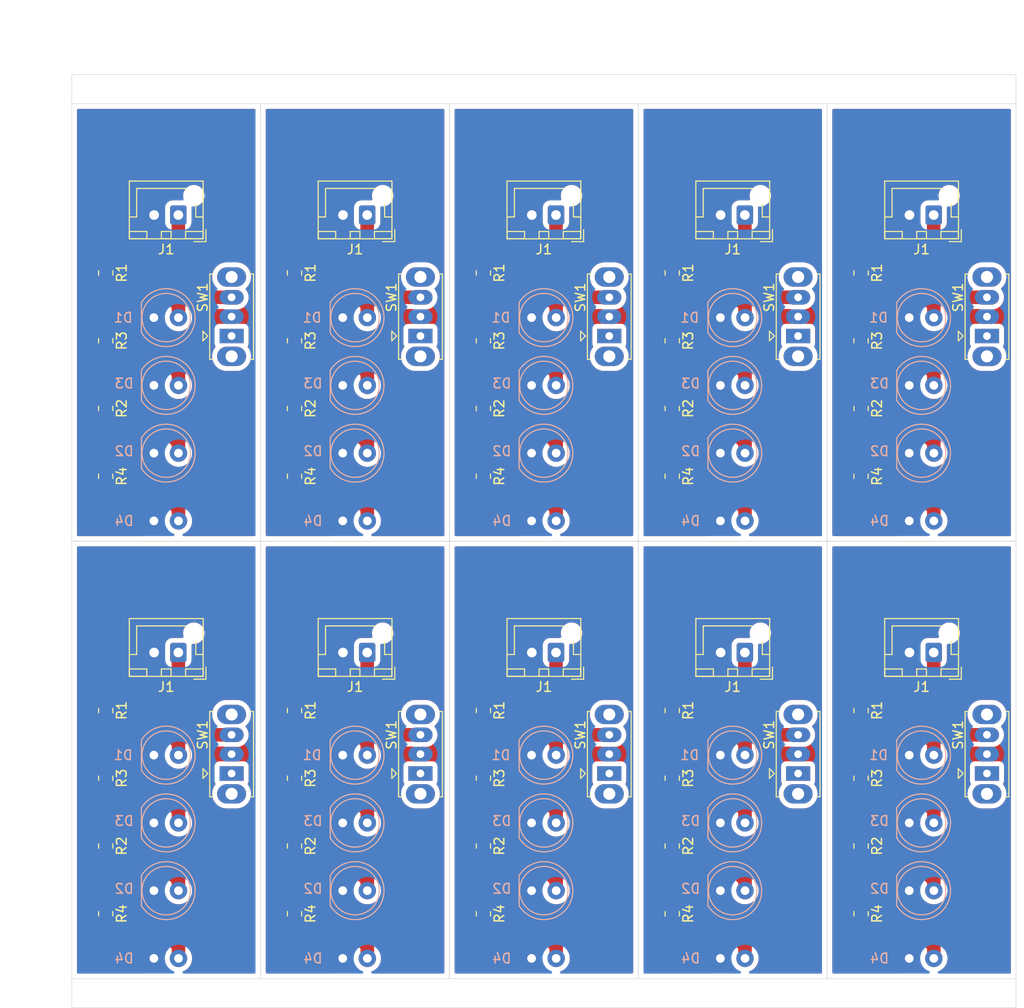
<source format=kicad_pcb>
(kicad_pcb (version 20171130) (host pcbnew "(5.1.9)-1")
  (layers (0 F.Cu signal) (31 B.Cu signal) (34 B.Paste user) (35 F.Paste user) (36 B.SilkS user) (37 F.SilkS user) (38 B.Mask user) (39 F.Mask user) (44 Edge.Cuts user))
  (net 0 "")
  (net 1 "Net-(D1-Pad2)")
  (net 2 "Net-(D1-Pad1)")
  (net 3 "Net-(D2-Pad2)")
  (net 4 "Net-(D3-Pad2)")
  (net 5 "Net-(R1-Pad1)")
  (net 6 "Net-(SW1-Pad1)")
  (net 7 "Net-(J1-Pad1)")
  (net 8 "Net-(D4-Pad2)")
  (module LED_THT:LED_D5.0mm (layer B.Cu) (at 174.775 135)
    (fp_text reference D4 (at -3.075 0) (layer B.SilkS) (effects (justify mirror)))
    (fp_text value RED)
    (pad 1 thru_hole rect (at 0 0) (size 1.8 1.8) (drill 0.9) (layers *.Cu *.Mask) (net 2 "Net-(D1-Pad1)"))
    (pad 2 thru_hole circle (at 2.54 0) (size 1.8 1.8) (drill 0.9) (layers *.Cu *.Mask) (net 8 "Net-(D4-Pad2)"))
  )
  (module LED_THT:LED_D5.0mm (layer B.Cu) (at 155.275 135)
    (fp_text reference D4 (at -3.075 0) (layer B.SilkS) (effects (justify mirror)))
    (fp_text value RED)
    (pad 1 thru_hole rect (at 0 0) (size 1.8 1.8) (drill 0.9) (layers *.Cu *.Mask) (net 2 "Net-(D1-Pad1)"))
    (pad 2 thru_hole circle (at 2.54 0) (size 1.8 1.8) (drill 0.9) (layers *.Cu *.Mask) (net 8 "Net-(D4-Pad2)"))
  )
  (module LED_THT:LED_D5.0mm (layer B.Cu) (at 135.775 135)
    (fp_text reference D4 (at -3.075 0) (layer B.SilkS) (effects (justify mirror)))
    (fp_text value RED)
    (pad 1 thru_hole rect (at 0 0) (size 1.8 1.8) (drill 0.9) (layers *.Cu *.Mask) (net 2 "Net-(D1-Pad1)"))
    (pad 2 thru_hole circle (at 2.54 0) (size 1.8 1.8) (drill 0.9) (layers *.Cu *.Mask) (net 8 "Net-(D4-Pad2)"))
  )
  (module LED_THT:LED_D5.0mm (layer B.Cu) (at 116.275 135)
    (fp_text reference D4 (at -3.075 0) (layer B.SilkS) (effects (justify mirror)))
    (fp_text value RED)
    (pad 1 thru_hole rect (at 0 0) (size 1.8 1.8) (drill 0.9) (layers *.Cu *.Mask) (net 2 "Net-(D1-Pad1)"))
    (pad 2 thru_hole circle (at 2.54 0) (size 1.8 1.8) (drill 0.9) (layers *.Cu *.Mask) (net 8 "Net-(D4-Pad2)"))
  )
  (module LED_THT:LED_D5.0mm (layer B.Cu) (at 96.775 135)
    (fp_text reference D4 (at -3.075 0) (layer B.SilkS) (effects (justify mirror)))
    (fp_text value RED)
    (pad 1 thru_hole rect (at 0 0) (size 1.8 1.8) (drill 0.9) (layers *.Cu *.Mask) (net 2 "Net-(D1-Pad1)"))
    (pad 2 thru_hole circle (at 2.54 0) (size 1.8 1.8) (drill 0.9) (layers *.Cu *.Mask) (net 8 "Net-(D4-Pad2)"))
  )
  (module LED_THT:LED_D5.0mm (layer B.Cu) (at 174.775 89.8)
    (fp_text reference D4 (at -3.075 0) (layer B.SilkS) (effects (justify mirror)))
    (fp_text value RED)
    (pad 1 thru_hole rect (at 0 0) (size 1.8 1.8) (drill 0.9) (layers *.Cu *.Mask) (net 2 "Net-(D1-Pad1)"))
    (pad 2 thru_hole circle (at 2.54 0) (size 1.8 1.8) (drill 0.9) (layers *.Cu *.Mask) (net 8 "Net-(D4-Pad2)"))
  )
  (module LED_THT:LED_D5.0mm (layer B.Cu) (at 155.275 89.8)
    (fp_text reference D4 (at -3.075 0) (layer B.SilkS) (effects (justify mirror)))
    (fp_text value RED)
    (pad 1 thru_hole rect (at 0 0) (size 1.8 1.8) (drill 0.9) (layers *.Cu *.Mask) (net 2 "Net-(D1-Pad1)"))
    (pad 2 thru_hole circle (at 2.54 0) (size 1.8 1.8) (drill 0.9) (layers *.Cu *.Mask) (net 8 "Net-(D4-Pad2)"))
  )
  (module LED_THT:LED_D5.0mm (layer B.Cu) (at 135.775 89.8)
    (fp_text reference D4 (at -3.075 0) (layer B.SilkS) (effects (justify mirror)))
    (fp_text value RED)
    (pad 1 thru_hole rect (at 0 0) (size 1.8 1.8) (drill 0.9) (layers *.Cu *.Mask) (net 2 "Net-(D1-Pad1)"))
    (pad 2 thru_hole circle (at 2.54 0) (size 1.8 1.8) (drill 0.9) (layers *.Cu *.Mask) (net 8 "Net-(D4-Pad2)"))
  )
  (module LED_THT:LED_D5.0mm (layer B.Cu) (at 116.275 89.8)
    (fp_text reference D4 (at -3.075 0) (layer B.SilkS) (effects (justify mirror)))
    (fp_text value RED)
    (pad 1 thru_hole rect (at 0 0) (size 1.8 1.8) (drill 0.9) (layers *.Cu *.Mask) (net 2 "Net-(D1-Pad1)"))
    (pad 2 thru_hole circle (at 2.54 0) (size 1.8 1.8) (drill 0.9) (layers *.Cu *.Mask) (net 8 "Net-(D4-Pad2)"))
  )
  (module Resistor_SMD:R_0805_2012Metric (layer F.Cu) (at 169.8 116.3875 270)
    (fp_text reference R3 (at 0 -1.65 90) (layer F.SilkS))
    (fp_text value R)
    (pad 1 smd roundrect (at -0.9125 0 270) (size 1.025 1.4) (layers F.Cu F.Paste F.Mask) (roundrect_rratio 0.2439004878048781) (net 5 "Net-(R1-Pad1)"))
    (pad 2 smd roundrect (at 0.9125 0 270) (size 1.025 1.4) (layers F.Cu F.Paste F.Mask) (roundrect_rratio 0.2439004878048781) (net 4 "Net-(D3-Pad2)"))
  )
  (module Resistor_SMD:R_0805_2012Metric (layer F.Cu) (at 150.3 116.3875 270)
    (fp_text reference R3 (at 0 -1.65 90) (layer F.SilkS))
    (fp_text value R)
    (pad 1 smd roundrect (at -0.9125 0 270) (size 1.025 1.4) (layers F.Cu F.Paste F.Mask) (roundrect_rratio 0.2439004878048781) (net 5 "Net-(R1-Pad1)"))
    (pad 2 smd roundrect (at 0.9125 0 270) (size 1.025 1.4) (layers F.Cu F.Paste F.Mask) (roundrect_rratio 0.2439004878048781) (net 4 "Net-(D3-Pad2)"))
  )
  (module Resistor_SMD:R_0805_2012Metric (layer F.Cu) (at 130.8 116.3875 270)
    (fp_text reference R3 (at 0 -1.65 90) (layer F.SilkS))
    (fp_text value R)
    (pad 1 smd roundrect (at -0.9125 0 270) (size 1.025 1.4) (layers F.Cu F.Paste F.Mask) (roundrect_rratio 0.2439004878048781) (net 5 "Net-(R1-Pad1)"))
    (pad 2 smd roundrect (at 0.9125 0 270) (size 1.025 1.4) (layers F.Cu F.Paste F.Mask) (roundrect_rratio 0.2439004878048781) (net 4 "Net-(D3-Pad2)"))
  )
  (module Resistor_SMD:R_0805_2012Metric (layer F.Cu) (at 111.3 116.3875 270)
    (fp_text reference R3 (at 0 -1.65 90) (layer F.SilkS))
    (fp_text value R)
    (pad 1 smd roundrect (at -0.9125 0 270) (size 1.025 1.4) (layers F.Cu F.Paste F.Mask) (roundrect_rratio 0.2439004878048781) (net 5 "Net-(R1-Pad1)"))
    (pad 2 smd roundrect (at 0.9125 0 270) (size 1.025 1.4) (layers F.Cu F.Paste F.Mask) (roundrect_rratio 0.2439004878048781) (net 4 "Net-(D3-Pad2)"))
  )
  (module Resistor_SMD:R_0805_2012Metric (layer F.Cu) (at 91.8 116.3875 270)
    (fp_text reference R3 (at 0 -1.65 90) (layer F.SilkS))
    (fp_text value R)
    (pad 1 smd roundrect (at -0.9125 0 270) (size 1.025 1.4) (layers F.Cu F.Paste F.Mask) (roundrect_rratio 0.2439004878048781) (net 5 "Net-(R1-Pad1)"))
    (pad 2 smd roundrect (at 0.9125 0 270) (size 1.025 1.4) (layers F.Cu F.Paste F.Mask) (roundrect_rratio 0.2439004878048781) (net 4 "Net-(D3-Pad2)"))
  )
  (module Resistor_SMD:R_0805_2012Metric (layer F.Cu) (at 169.8 71.1875 270)
    (fp_text reference R3 (at 0 -1.65 90) (layer F.SilkS))
    (fp_text value R)
    (pad 1 smd roundrect (at -0.9125 0 270) (size 1.025 1.4) (layers F.Cu F.Paste F.Mask) (roundrect_rratio 0.2439004878048781) (net 5 "Net-(R1-Pad1)"))
    (pad 2 smd roundrect (at 0.9125 0 270) (size 1.025 1.4) (layers F.Cu F.Paste F.Mask) (roundrect_rratio 0.2439004878048781) (net 4 "Net-(D3-Pad2)"))
  )
  (module Resistor_SMD:R_0805_2012Metric (layer F.Cu) (at 150.3 71.1875 270)
    (fp_text reference R3 (at 0 -1.65 90) (layer F.SilkS))
    (fp_text value R)
    (pad 1 smd roundrect (at -0.9125 0 270) (size 1.025 1.4) (layers F.Cu F.Paste F.Mask) (roundrect_rratio 0.2439004878048781) (net 5 "Net-(R1-Pad1)"))
    (pad 2 smd roundrect (at 0.9125 0 270) (size 1.025 1.4) (layers F.Cu F.Paste F.Mask) (roundrect_rratio 0.2439004878048781) (net 4 "Net-(D3-Pad2)"))
  )
  (module Resistor_SMD:R_0805_2012Metric (layer F.Cu) (at 130.8 71.1875 270)
    (fp_text reference R3 (at 0 -1.65 90) (layer F.SilkS))
    (fp_text value R)
    (pad 1 smd roundrect (at -0.9125 0 270) (size 1.025 1.4) (layers F.Cu F.Paste F.Mask) (roundrect_rratio 0.2439004878048781) (net 5 "Net-(R1-Pad1)"))
    (pad 2 smd roundrect (at 0.9125 0 270) (size 1.025 1.4) (layers F.Cu F.Paste F.Mask) (roundrect_rratio 0.2439004878048781) (net 4 "Net-(D3-Pad2)"))
  )
  (module Resistor_SMD:R_0805_2012Metric (layer F.Cu) (at 111.3 71.1875 270)
    (fp_text reference R3 (at 0 -1.65 90) (layer F.SilkS))
    (fp_text value R)
    (pad 1 smd roundrect (at -0.9125 0 270) (size 1.025 1.4) (layers F.Cu F.Paste F.Mask) (roundrect_rratio 0.2439004878048781) (net 5 "Net-(R1-Pad1)"))
    (pad 2 smd roundrect (at 0.9125 0 270) (size 1.025 1.4) (layers F.Cu F.Paste F.Mask) (roundrect_rratio 0.2439004878048781) (net 4 "Net-(D3-Pad2)"))
  )
  (module Resistor_SMD:R_0805_2012Metric (layer F.Cu) (at 169.8 130.3875 270)
    (fp_text reference R4 (at 0 -1.65 90) (layer F.SilkS))
    (fp_text value R)
    (pad 1 smd roundrect (at -0.9125 0 270) (size 1.025 1.4) (layers F.Cu F.Paste F.Mask) (roundrect_rratio 0.2439014634146341) (net 5 "Net-(R1-Pad1)"))
    (pad 2 smd roundrect (at 0.9125 0 270) (size 1.025 1.4) (layers F.Cu F.Paste F.Mask) (roundrect_rratio 0.2439014634146341) (net 8 "Net-(D4-Pad2)"))
  )
  (module Resistor_SMD:R_0805_2012Metric (layer F.Cu) (at 150.3 130.3875 270)
    (fp_text reference R4 (at 0 -1.65 90) (layer F.SilkS))
    (fp_text value R)
    (pad 1 smd roundrect (at -0.9125 0 270) (size 1.025 1.4) (layers F.Cu F.Paste F.Mask) (roundrect_rratio 0.2439014634146341) (net 5 "Net-(R1-Pad1)"))
    (pad 2 smd roundrect (at 0.9125 0 270) (size 1.025 1.4) (layers F.Cu F.Paste F.Mask) (roundrect_rratio 0.2439014634146341) (net 8 "Net-(D4-Pad2)"))
  )
  (module Resistor_SMD:R_0805_2012Metric (layer F.Cu) (at 130.8 130.3875 270)
    (fp_text reference R4 (at 0 -1.65 90) (layer F.SilkS))
    (fp_text value R)
    (pad 1 smd roundrect (at -0.9125 0 270) (size 1.025 1.4) (layers F.Cu F.Paste F.Mask) (roundrect_rratio 0.2439014634146341) (net 5 "Net-(R1-Pad1)"))
    (pad 2 smd roundrect (at 0.9125 0 270) (size 1.025 1.4) (layers F.Cu F.Paste F.Mask) (roundrect_rratio 0.2439014634146341) (net 8 "Net-(D4-Pad2)"))
  )
  (module Resistor_SMD:R_0805_2012Metric (layer F.Cu) (at 111.3 130.3875 270)
    (fp_text reference R4 (at 0 -1.65 90) (layer F.SilkS))
    (fp_text value R)
    (pad 1 smd roundrect (at -0.9125 0 270) (size 1.025 1.4) (layers F.Cu F.Paste F.Mask) (roundrect_rratio 0.2439014634146341) (net 5 "Net-(R1-Pad1)"))
    (pad 2 smd roundrect (at 0.9125 0 270) (size 1.025 1.4) (layers F.Cu F.Paste F.Mask) (roundrect_rratio 0.2439014634146341) (net 8 "Net-(D4-Pad2)"))
  )
  (module Resistor_SMD:R_0805_2012Metric (layer F.Cu) (at 91.8 130.3875 270)
    (fp_text reference R4 (at 0 -1.65 90) (layer F.SilkS))
    (fp_text value R)
    (pad 1 smd roundrect (at -0.9125 0 270) (size 1.025 1.4) (layers F.Cu F.Paste F.Mask) (roundrect_rratio 0.2439014634146341) (net 5 "Net-(R1-Pad1)"))
    (pad 2 smd roundrect (at 0.9125 0 270) (size 1.025 1.4) (layers F.Cu F.Paste F.Mask) (roundrect_rratio 0.2439014634146341) (net 8 "Net-(D4-Pad2)"))
  )
  (module Resistor_SMD:R_0805_2012Metric (layer F.Cu) (at 169.8 85.1875 270)
    (fp_text reference R4 (at 0 -1.65 90) (layer F.SilkS))
    (fp_text value R)
    (pad 1 smd roundrect (at -0.9125 0 270) (size 1.025 1.4) (layers F.Cu F.Paste F.Mask) (roundrect_rratio 0.2439014634146341) (net 5 "Net-(R1-Pad1)"))
    (pad 2 smd roundrect (at 0.9125 0 270) (size 1.025 1.4) (layers F.Cu F.Paste F.Mask) (roundrect_rratio 0.2439014634146341) (net 8 "Net-(D4-Pad2)"))
  )
  (module Resistor_SMD:R_0805_2012Metric (layer F.Cu) (at 150.3 85.1875 270)
    (fp_text reference R4 (at 0 -1.65 90) (layer F.SilkS))
    (fp_text value R)
    (pad 1 smd roundrect (at -0.9125 0 270) (size 1.025 1.4) (layers F.Cu F.Paste F.Mask) (roundrect_rratio 0.2439014634146341) (net 5 "Net-(R1-Pad1)"))
    (pad 2 smd roundrect (at 0.9125 0 270) (size 1.025 1.4) (layers F.Cu F.Paste F.Mask) (roundrect_rratio 0.2439014634146341) (net 8 "Net-(D4-Pad2)"))
  )
  (module Resistor_SMD:R_0805_2012Metric (layer F.Cu) (at 130.8 85.1875 270)
    (fp_text reference R4 (at 0 -1.65 90) (layer F.SilkS))
    (fp_text value R)
    (pad 1 smd roundrect (at -0.9125 0 270) (size 1.025 1.4) (layers F.Cu F.Paste F.Mask) (roundrect_rratio 0.2439014634146341) (net 5 "Net-(R1-Pad1)"))
    (pad 2 smd roundrect (at 0.9125 0 270) (size 1.025 1.4) (layers F.Cu F.Paste F.Mask) (roundrect_rratio 0.2439014634146341) (net 8 "Net-(D4-Pad2)"))
  )
  (module Resistor_SMD:R_0805_2012Metric (layer F.Cu) (at 111.3 85.1875 270)
    (fp_text reference R4 (at 0 -1.65 90) (layer F.SilkS))
    (fp_text value R)
    (pad 1 smd roundrect (at -0.9125 0 270) (size 1.025 1.4) (layers F.Cu F.Paste F.Mask) (roundrect_rratio 0.2439014634146341) (net 5 "Net-(R1-Pad1)"))
    (pad 2 smd roundrect (at 0.9125 0 270) (size 1.025 1.4) (layers F.Cu F.Paste F.Mask) (roundrect_rratio 0.2439014634146341) (net 8 "Net-(D4-Pad2)"))
  )
  (module LED_THT:LED_D5.0mm (layer B.Cu) (at 174.775 128)
    (fp_text reference D2 (at -3.075 -0.2) (layer B.SilkS) (effects (justify mirror)))
    (fp_text value RED)
    (pad 1 thru_hole rect (at 0 0) (size 1.8 1.8) (drill 0.9) (layers *.Cu *.Mask) (net 2 "Net-(D1-Pad1)"))
    (pad 2 thru_hole circle (at 2.54 0) (size 1.8 1.8) (drill 0.9) (layers *.Cu *.Mask) (net 3 "Net-(D2-Pad2)"))
  )
  (module LED_THT:LED_D5.0mm (layer B.Cu) (at 155.275 128)
    (fp_text reference D2 (at -3.075 -0.2) (layer B.SilkS) (effects (justify mirror)))
    (fp_text value RED)
    (pad 1 thru_hole rect (at 0 0) (size 1.8 1.8) (drill 0.9) (layers *.Cu *.Mask) (net 2 "Net-(D1-Pad1)"))
    (pad 2 thru_hole circle (at 2.54 0) (size 1.8 1.8) (drill 0.9) (layers *.Cu *.Mask) (net 3 "Net-(D2-Pad2)"))
  )
  (module LED_THT:LED_D5.0mm (layer B.Cu) (at 135.775 128)
    (fp_text reference D2 (at -3.075 -0.2) (layer B.SilkS) (effects (justify mirror)))
    (fp_text value RED)
    (pad 1 thru_hole rect (at 0 0) (size 1.8 1.8) (drill 0.9) (layers *.Cu *.Mask) (net 2 "Net-(D1-Pad1)"))
    (pad 2 thru_hole circle (at 2.54 0) (size 1.8 1.8) (drill 0.9) (layers *.Cu *.Mask) (net 3 "Net-(D2-Pad2)"))
  )
  (module LED_THT:LED_D5.0mm (layer B.Cu) (at 116.275 128)
    (fp_text reference D2 (at -3.075 -0.2) (layer B.SilkS) (effects (justify mirror)))
    (fp_text value RED)
    (pad 1 thru_hole rect (at 0 0) (size 1.8 1.8) (drill 0.9) (layers *.Cu *.Mask) (net 2 "Net-(D1-Pad1)"))
    (pad 2 thru_hole circle (at 2.54 0) (size 1.8 1.8) (drill 0.9) (layers *.Cu *.Mask) (net 3 "Net-(D2-Pad2)"))
  )
  (module LED_THT:LED_D5.0mm (layer B.Cu) (at 96.775 128)
    (fp_text reference D2 (at -3.075 -0.2) (layer B.SilkS) (effects (justify mirror)))
    (fp_text value RED)
    (pad 1 thru_hole rect (at 0 0) (size 1.8 1.8) (drill 0.9) (layers *.Cu *.Mask) (net 2 "Net-(D1-Pad1)"))
    (pad 2 thru_hole circle (at 2.54 0) (size 1.8 1.8) (drill 0.9) (layers *.Cu *.Mask) (net 3 "Net-(D2-Pad2)"))
  )
  (module LED_THT:LED_D5.0mm (layer B.Cu) (at 174.775 82.8)
    (fp_text reference D2 (at -3.075 -0.2) (layer B.SilkS) (effects (justify mirror)))
    (fp_text value RED)
    (pad 1 thru_hole rect (at 0 0) (size 1.8 1.8) (drill 0.9) (layers *.Cu *.Mask) (net 2 "Net-(D1-Pad1)"))
    (pad 2 thru_hole circle (at 2.54 0) (size 1.8 1.8) (drill 0.9) (layers *.Cu *.Mask) (net 3 "Net-(D2-Pad2)"))
  )
  (module LED_THT:LED_D5.0mm (layer B.Cu) (at 155.275 82.8)
    (fp_text reference D2 (at -3.075 -0.2) (layer B.SilkS) (effects (justify mirror)))
    (fp_text value RED)
    (pad 1 thru_hole rect (at 0 0) (size 1.8 1.8) (drill 0.9) (layers *.Cu *.Mask) (net 2 "Net-(D1-Pad1)"))
    (pad 2 thru_hole circle (at 2.54 0) (size 1.8 1.8) (drill 0.9) (layers *.Cu *.Mask) (net 3 "Net-(D2-Pad2)"))
  )
  (module LED_THT:LED_D5.0mm (layer B.Cu) (at 135.775 82.8)
    (fp_text reference D2 (at -3.075 -0.2) (layer B.SilkS) (effects (justify mirror)))
    (fp_text value RED)
    (pad 1 thru_hole rect (at 0 0) (size 1.8 1.8) (drill 0.9) (layers *.Cu *.Mask) (net 2 "Net-(D1-Pad1)"))
    (pad 2 thru_hole circle (at 2.54 0) (size 1.8 1.8) (drill 0.9) (layers *.Cu *.Mask) (net 3 "Net-(D2-Pad2)"))
  )
  (module LED_THT:LED_D5.0mm (layer B.Cu) (at 116.275 82.8)
    (fp_text reference D2 (at -3.075 -0.2) (layer B.SilkS) (effects (justify mirror)))
    (fp_text value RED)
    (pad 1 thru_hole rect (at 0 0) (size 1.8 1.8) (drill 0.9) (layers *.Cu *.Mask) (net 2 "Net-(D1-Pad1)"))
    (pad 2 thru_hole circle (at 2.54 0) (size 1.8 1.8) (drill 0.9) (layers *.Cu *.Mask) (net 3 "Net-(D2-Pad2)"))
  )
  (module LED_THT:LED_D5.0mm (layer B.Cu) (at 174.775 114)
    (fp_text reference D1 (at -3.175 0) (layer B.SilkS) (effects (justify mirror)))
    (fp_text value GREEN)
    (pad 1 thru_hole rect (at 0 0) (size 1.8 1.8) (drill 0.9) (layers *.Cu *.Mask) (net 2 "Net-(D1-Pad1)"))
    (pad 2 thru_hole circle (at 2.54 0) (size 1.8 1.8) (drill 0.9) (layers *.Cu *.Mask) (net 1 "Net-(D1-Pad2)"))
  )
  (module LED_THT:LED_D5.0mm (layer B.Cu) (at 155.275 114)
    (fp_text reference D1 (at -3.175 0) (layer B.SilkS) (effects (justify mirror)))
    (fp_text value GREEN)
    (pad 1 thru_hole rect (at 0 0) (size 1.8 1.8) (drill 0.9) (layers *.Cu *.Mask) (net 2 "Net-(D1-Pad1)"))
    (pad 2 thru_hole circle (at 2.54 0) (size 1.8 1.8) (drill 0.9) (layers *.Cu *.Mask) (net 1 "Net-(D1-Pad2)"))
  )
  (module LED_THT:LED_D5.0mm (layer B.Cu) (at 135.775 114)
    (fp_text reference D1 (at -3.175 0) (layer B.SilkS) (effects (justify mirror)))
    (fp_text value GREEN)
    (pad 1 thru_hole rect (at 0 0) (size 1.8 1.8) (drill 0.9) (layers *.Cu *.Mask) (net 2 "Net-(D1-Pad1)"))
    (pad 2 thru_hole circle (at 2.54 0) (size 1.8 1.8) (drill 0.9) (layers *.Cu *.Mask) (net 1 "Net-(D1-Pad2)"))
  )
  (module LED_THT:LED_D5.0mm (layer B.Cu) (at 116.275 114)
    (fp_text reference D1 (at -3.175 0) (layer B.SilkS) (effects (justify mirror)))
    (fp_text value GREEN)
    (pad 1 thru_hole rect (at 0 0) (size 1.8 1.8) (drill 0.9) (layers *.Cu *.Mask) (net 2 "Net-(D1-Pad1)"))
    (pad 2 thru_hole circle (at 2.54 0) (size 1.8 1.8) (drill 0.9) (layers *.Cu *.Mask) (net 1 "Net-(D1-Pad2)"))
  )
  (module LED_THT:LED_D5.0mm (layer B.Cu) (at 96.775 114)
    (fp_text reference D1 (at -3.175 0) (layer B.SilkS) (effects (justify mirror)))
    (fp_text value GREEN)
    (pad 1 thru_hole rect (at 0 0) (size 1.8 1.8) (drill 0.9) (layers *.Cu *.Mask) (net 2 "Net-(D1-Pad1)"))
    (pad 2 thru_hole circle (at 2.54 0) (size 1.8 1.8) (drill 0.9) (layers *.Cu *.Mask) (net 1 "Net-(D1-Pad2)"))
  )
  (module LED_THT:LED_D5.0mm (layer B.Cu) (at 174.775 68.8)
    (fp_text reference D1 (at -3.175 0) (layer B.SilkS) (effects (justify mirror)))
    (fp_text value GREEN)
    (pad 1 thru_hole rect (at 0 0) (size 1.8 1.8) (drill 0.9) (layers *.Cu *.Mask) (net 2 "Net-(D1-Pad1)"))
    (pad 2 thru_hole circle (at 2.54 0) (size 1.8 1.8) (drill 0.9) (layers *.Cu *.Mask) (net 1 "Net-(D1-Pad2)"))
  )
  (module LED_THT:LED_D5.0mm (layer B.Cu) (at 155.275 68.8)
    (fp_text reference D1 (at -3.175 0) (layer B.SilkS) (effects (justify mirror)))
    (fp_text value GREEN)
    (pad 1 thru_hole rect (at 0 0) (size 1.8 1.8) (drill 0.9) (layers *.Cu *.Mask) (net 2 "Net-(D1-Pad1)"))
    (pad 2 thru_hole circle (at 2.54 0) (size 1.8 1.8) (drill 0.9) (layers *.Cu *.Mask) (net 1 "Net-(D1-Pad2)"))
  )
  (module LED_THT:LED_D5.0mm (layer B.Cu) (at 135.775 68.8)
    (fp_text reference D1 (at -3.175 0) (layer B.SilkS) (effects (justify mirror)))
    (fp_text value GREEN)
    (pad 1 thru_hole rect (at 0 0) (size 1.8 1.8) (drill 0.9) (layers *.Cu *.Mask) (net 2 "Net-(D1-Pad1)"))
    (pad 2 thru_hole circle (at 2.54 0) (size 1.8 1.8) (drill 0.9) (layers *.Cu *.Mask) (net 1 "Net-(D1-Pad2)"))
  )
  (module LED_THT:LED_D5.0mm (layer B.Cu) (at 116.275 68.8)
    (fp_text reference D1 (at -3.175 0) (layer B.SilkS) (effects (justify mirror)))
    (fp_text value GREEN)
    (pad 1 thru_hole rect (at 0 0) (size 1.8 1.8) (drill 0.9) (layers *.Cu *.Mask) (net 2 "Net-(D1-Pad1)"))
    (pad 2 thru_hole circle (at 2.54 0) (size 1.8 1.8) (drill 0.9) (layers *.Cu *.Mask) (net 1 "Net-(D1-Pad2)"))
  )
  (module Resistor_SMD:R_0805_2012Metric (layer F.Cu) (at 169.8 123.3875 270)
    (fp_text reference R2 (at 0 -1.65 90) (layer F.SilkS))
    (fp_text value R)
    (pad 1 smd roundrect (at -0.9125 0 270) (size 1.025 1.4) (layers F.Cu F.Paste F.Mask) (roundrect_rratio 0.2439004878048781) (net 5 "Net-(R1-Pad1)"))
    (pad 2 smd roundrect (at 0.9125 0 270) (size 1.025 1.4) (layers F.Cu F.Paste F.Mask) (roundrect_rratio 0.2439004878048781) (net 3 "Net-(D2-Pad2)"))
  )
  (module Resistor_SMD:R_0805_2012Metric (layer F.Cu) (at 150.3 123.3875 270)
    (fp_text reference R2 (at 0 -1.65 90) (layer F.SilkS))
    (fp_text value R)
    (pad 1 smd roundrect (at -0.9125 0 270) (size 1.025 1.4) (layers F.Cu F.Paste F.Mask) (roundrect_rratio 0.2439004878048781) (net 5 "Net-(R1-Pad1)"))
    (pad 2 smd roundrect (at 0.9125 0 270) (size 1.025 1.4) (layers F.Cu F.Paste F.Mask) (roundrect_rratio 0.2439004878048781) (net 3 "Net-(D2-Pad2)"))
  )
  (module Resistor_SMD:R_0805_2012Metric (layer F.Cu) (at 130.8 123.3875 270)
    (fp_text reference R2 (at 0 -1.65 90) (layer F.SilkS))
    (fp_text value R)
    (pad 1 smd roundrect (at -0.9125 0 270) (size 1.025 1.4) (layers F.Cu F.Paste F.Mask) (roundrect_rratio 0.2439004878048781) (net 5 "Net-(R1-Pad1)"))
    (pad 2 smd roundrect (at 0.9125 0 270) (size 1.025 1.4) (layers F.Cu F.Paste F.Mask) (roundrect_rratio 0.2439004878048781) (net 3 "Net-(D2-Pad2)"))
  )
  (module Resistor_SMD:R_0805_2012Metric (layer F.Cu) (at 111.3 123.3875 270)
    (fp_text reference R2 (at 0 -1.65 90) (layer F.SilkS))
    (fp_text value R)
    (pad 1 smd roundrect (at -0.9125 0 270) (size 1.025 1.4) (layers F.Cu F.Paste F.Mask) (roundrect_rratio 0.2439004878048781) (net 5 "Net-(R1-Pad1)"))
    (pad 2 smd roundrect (at 0.9125 0 270) (size 1.025 1.4) (layers F.Cu F.Paste F.Mask) (roundrect_rratio 0.2439004878048781) (net 3 "Net-(D2-Pad2)"))
  )
  (module Resistor_SMD:R_0805_2012Metric (layer F.Cu) (at 91.8 123.3875 270)
    (fp_text reference R2 (at 0 -1.65 90) (layer F.SilkS))
    (fp_text value R)
    (pad 1 smd roundrect (at -0.9125 0 270) (size 1.025 1.4) (layers F.Cu F.Paste F.Mask) (roundrect_rratio 0.2439004878048781) (net 5 "Net-(R1-Pad1)"))
    (pad 2 smd roundrect (at 0.9125 0 270) (size 1.025 1.4) (layers F.Cu F.Paste F.Mask) (roundrect_rratio 0.2439004878048781) (net 3 "Net-(D2-Pad2)"))
  )
  (module Resistor_SMD:R_0805_2012Metric (layer F.Cu) (at 169.8 78.1875 270)
    (fp_text reference R2 (at 0 -1.65 90) (layer F.SilkS))
    (fp_text value R)
    (pad 1 smd roundrect (at -0.9125 0 270) (size 1.025 1.4) (layers F.Cu F.Paste F.Mask) (roundrect_rratio 0.2439004878048781) (net 5 "Net-(R1-Pad1)"))
    (pad 2 smd roundrect (at 0.9125 0 270) (size 1.025 1.4) (layers F.Cu F.Paste F.Mask) (roundrect_rratio 0.2439004878048781) (net 3 "Net-(D2-Pad2)"))
  )
  (module Resistor_SMD:R_0805_2012Metric (layer F.Cu) (at 150.3 78.1875 270)
    (fp_text reference R2 (at 0 -1.65 90) (layer F.SilkS))
    (fp_text value R)
    (pad 1 smd roundrect (at -0.9125 0 270) (size 1.025 1.4) (layers F.Cu F.Paste F.Mask) (roundrect_rratio 0.2439004878048781) (net 5 "Net-(R1-Pad1)"))
    (pad 2 smd roundrect (at 0.9125 0 270) (size 1.025 1.4) (layers F.Cu F.Paste F.Mask) (roundrect_rratio 0.2439004878048781) (net 3 "Net-(D2-Pad2)"))
  )
  (module Resistor_SMD:R_0805_2012Metric (layer F.Cu) (at 130.8 78.1875 270)
    (fp_text reference R2 (at 0 -1.65 90) (layer F.SilkS))
    (fp_text value R)
    (pad 1 smd roundrect (at -0.9125 0 270) (size 1.025 1.4) (layers F.Cu F.Paste F.Mask) (roundrect_rratio 0.2439004878048781) (net 5 "Net-(R1-Pad1)"))
    (pad 2 smd roundrect (at 0.9125 0 270) (size 1.025 1.4) (layers F.Cu F.Paste F.Mask) (roundrect_rratio 0.2439004878048781) (net 3 "Net-(D2-Pad2)"))
  )
  (module Resistor_SMD:R_0805_2012Metric (layer F.Cu) (at 111.3 78.1875 270)
    (fp_text reference R2 (at 0 -1.65 90) (layer F.SilkS))
    (fp_text value R)
    (pad 1 smd roundrect (at -0.9125 0 270) (size 1.025 1.4) (layers F.Cu F.Paste F.Mask) (roundrect_rratio 0.2439004878048781) (net 5 "Net-(R1-Pad1)"))
    (pad 2 smd roundrect (at 0.9125 0 270) (size 1.025 1.4) (layers F.Cu F.Paste F.Mask) (roundrect_rratio 0.2439004878048781) (net 3 "Net-(D2-Pad2)"))
  )
  (module LED_THT:LED_D5.0mm (layer B.Cu) (at 174.775 121)
    (fp_text reference D3 (at -3.075 -0.2) (layer B.SilkS) (effects (justify mirror)))
    (fp_text value RED)
    (pad 1 thru_hole rect (at 0 0) (size 1.8 1.8) (drill 0.9) (layers *.Cu *.Mask) (net 2 "Net-(D1-Pad1)"))
    (pad 2 thru_hole circle (at 2.54 0) (size 1.8 1.8) (drill 0.9) (layers *.Cu *.Mask) (net 4 "Net-(D3-Pad2)"))
  )
  (module LED_THT:LED_D5.0mm (layer B.Cu) (at 155.275 121)
    (fp_text reference D3 (at -3.075 -0.2) (layer B.SilkS) (effects (justify mirror)))
    (fp_text value RED)
    (pad 1 thru_hole rect (at 0 0) (size 1.8 1.8) (drill 0.9) (layers *.Cu *.Mask) (net 2 "Net-(D1-Pad1)"))
    (pad 2 thru_hole circle (at 2.54 0) (size 1.8 1.8) (drill 0.9) (layers *.Cu *.Mask) (net 4 "Net-(D3-Pad2)"))
  )
  (module LED_THT:LED_D5.0mm (layer B.Cu) (at 135.775 121)
    (fp_text reference D3 (at -3.075 -0.2) (layer B.SilkS) (effects (justify mirror)))
    (fp_text value RED)
    (pad 1 thru_hole rect (at 0 0) (size 1.8 1.8) (drill 0.9) (layers *.Cu *.Mask) (net 2 "Net-(D1-Pad1)"))
    (pad 2 thru_hole circle (at 2.54 0) (size 1.8 1.8) (drill 0.9) (layers *.Cu *.Mask) (net 4 "Net-(D3-Pad2)"))
  )
  (module LED_THT:LED_D5.0mm (layer B.Cu) (at 116.275 121)
    (fp_text reference D3 (at -3.075 -0.2) (layer B.SilkS) (effects (justify mirror)))
    (fp_text value RED)
    (pad 1 thru_hole rect (at 0 0) (size 1.8 1.8) (drill 0.9) (layers *.Cu *.Mask) (net 2 "Net-(D1-Pad1)"))
    (pad 2 thru_hole circle (at 2.54 0) (size 1.8 1.8) (drill 0.9) (layers *.Cu *.Mask) (net 4 "Net-(D3-Pad2)"))
  )
  (module LED_THT:LED_D5.0mm (layer B.Cu) (at 96.775 121)
    (fp_text reference D3 (at -3.075 -0.2) (layer B.SilkS) (effects (justify mirror)))
    (fp_text value RED)
    (pad 1 thru_hole rect (at 0 0) (size 1.8 1.8) (drill 0.9) (layers *.Cu *.Mask) (net 2 "Net-(D1-Pad1)"))
    (pad 2 thru_hole circle (at 2.54 0) (size 1.8 1.8) (drill 0.9) (layers *.Cu *.Mask) (net 4 "Net-(D3-Pad2)"))
  )
  (module LED_THT:LED_D5.0mm (layer B.Cu) (at 174.775 75.8)
    (fp_text reference D3 (at -3.075 -0.2) (layer B.SilkS) (effects (justify mirror)))
    (fp_text value RED)
    (pad 1 thru_hole rect (at 0 0) (size 1.8 1.8) (drill 0.9) (layers *.Cu *.Mask) (net 2 "Net-(D1-Pad1)"))
    (pad 2 thru_hole circle (at 2.54 0) (size 1.8 1.8) (drill 0.9) (layers *.Cu *.Mask) (net 4 "Net-(D3-Pad2)"))
  )
  (module LED_THT:LED_D5.0mm (layer B.Cu) (at 155.275 75.8)
    (fp_text reference D3 (at -3.075 -0.2) (layer B.SilkS) (effects (justify mirror)))
    (fp_text value RED)
    (pad 1 thru_hole rect (at 0 0) (size 1.8 1.8) (drill 0.9) (layers *.Cu *.Mask) (net 2 "Net-(D1-Pad1)"))
    (pad 2 thru_hole circle (at 2.54 0) (size 1.8 1.8) (drill 0.9) (layers *.Cu *.Mask) (net 4 "Net-(D3-Pad2)"))
  )
  (module LED_THT:LED_D5.0mm (layer B.Cu) (at 135.775 75.8)
    (fp_text reference D3 (at -3.075 -0.2) (layer B.SilkS) (effects (justify mirror)))
    (fp_text value RED)
    (pad 1 thru_hole rect (at 0 0) (size 1.8 1.8) (drill 0.9) (layers *.Cu *.Mask) (net 2 "Net-(D1-Pad1)"))
    (pad 2 thru_hole circle (at 2.54 0) (size 1.8 1.8) (drill 0.9) (layers *.Cu *.Mask) (net 4 "Net-(D3-Pad2)"))
  )
  (module LED_THT:LED_D5.0mm (layer B.Cu) (at 116.275 75.8)
    (fp_text reference D3 (at -3.075 -0.2) (layer B.SilkS) (effects (justify mirror)))
    (fp_text value RED)
    (pad 1 thru_hole rect (at 0 0) (size 1.8 1.8) (drill 0.9) (layers *.Cu *.Mask) (net 2 "Net-(D1-Pad1)"))
    (pad 2 thru_hole circle (at 2.54 0) (size 1.8 1.8) (drill 0.9) (layers *.Cu *.Mask) (net 4 "Net-(D3-Pad2)"))
  )
  (module Connector_JST:JST_XH_B2B-XH-AM_1x02_P2.50mm_Vertical (layer F.Cu) (at 177.3 103.4 180)
    (fp_text reference J1 (at 1.25 -3.55) (layer F.SilkS))
    (fp_text value Conn_01x02)
    (pad 1 thru_hole roundrect (at 0 0 180) (size 1.7 2) (drill 1) (layers *.Cu *.Mask) (roundrect_rratio 0.1470588235294118) (net 7 "Net-(J1-Pad1)"))
    (pad 2 thru_hole oval (at 2.5 0 180) (size 1.7 2) (drill 1) (layers *.Cu *.Mask) (net 2 "Net-(D1-Pad1)"))
    (pad "" np_thru_hole circle (at -1.6 2 180) (size 1.2 1.2) (drill 1.2) (layers *.Cu *.Mask))
  )
  (module Connector_JST:JST_XH_B2B-XH-AM_1x02_P2.50mm_Vertical (layer F.Cu) (at 157.8 103.4 180)
    (fp_text reference J1 (at 1.25 -3.55) (layer F.SilkS))
    (fp_text value Conn_01x02)
    (pad 1 thru_hole roundrect (at 0 0 180) (size 1.7 2) (drill 1) (layers *.Cu *.Mask) (roundrect_rratio 0.1470588235294118) (net 7 "Net-(J1-Pad1)"))
    (pad 2 thru_hole oval (at 2.5 0 180) (size 1.7 2) (drill 1) (layers *.Cu *.Mask) (net 2 "Net-(D1-Pad1)"))
    (pad "" np_thru_hole circle (at -1.6 2 180) (size 1.2 1.2) (drill 1.2) (layers *.Cu *.Mask))
  )
  (module Connector_JST:JST_XH_B2B-XH-AM_1x02_P2.50mm_Vertical (layer F.Cu) (at 138.3 103.4 180)
    (fp_text reference J1 (at 1.25 -3.55) (layer F.SilkS))
    (fp_text value Conn_01x02)
    (pad 1 thru_hole roundrect (at 0 0 180) (size 1.7 2) (drill 1) (layers *.Cu *.Mask) (roundrect_rratio 0.1470588235294118) (net 7 "Net-(J1-Pad1)"))
    (pad 2 thru_hole oval (at 2.5 0 180) (size 1.7 2) (drill 1) (layers *.Cu *.Mask) (net 2 "Net-(D1-Pad1)"))
    (pad "" np_thru_hole circle (at -1.6 2 180) (size 1.2 1.2) (drill 1.2) (layers *.Cu *.Mask))
  )
  (module Connector_JST:JST_XH_B2B-XH-AM_1x02_P2.50mm_Vertical (layer F.Cu) (at 118.8 103.4 180)
    (fp_text reference J1 (at 1.25 -3.55) (layer F.SilkS))
    (fp_text value Conn_01x02)
    (pad 1 thru_hole roundrect (at 0 0 180) (size 1.7 2) (drill 1) (layers *.Cu *.Mask) (roundrect_rratio 0.1470588235294118) (net 7 "Net-(J1-Pad1)"))
    (pad 2 thru_hole oval (at 2.5 0 180) (size 1.7 2) (drill 1) (layers *.Cu *.Mask) (net 2 "Net-(D1-Pad1)"))
    (pad "" np_thru_hole circle (at -1.6 2 180) (size 1.2 1.2) (drill 1.2) (layers *.Cu *.Mask))
  )
  (module Connector_JST:JST_XH_B2B-XH-AM_1x02_P2.50mm_Vertical (layer F.Cu) (at 99.3 103.4 180)
    (fp_text reference J1 (at 1.25 -3.55) (layer F.SilkS))
    (fp_text value Conn_01x02)
    (pad 1 thru_hole roundrect (at 0 0 180) (size 1.7 2) (drill 1) (layers *.Cu *.Mask) (roundrect_rratio 0.1470588235294118) (net 7 "Net-(J1-Pad1)"))
    (pad 2 thru_hole oval (at 2.5 0 180) (size 1.7 2) (drill 1) (layers *.Cu *.Mask) (net 2 "Net-(D1-Pad1)"))
    (pad "" np_thru_hole circle (at -1.6 2 180) (size 1.2 1.2) (drill 1.2) (layers *.Cu *.Mask))
  )
  (module Connector_JST:JST_XH_B2B-XH-AM_1x02_P2.50mm_Vertical (layer F.Cu) (at 177.3 58.2 180)
    (fp_text reference J1 (at 1.25 -3.55) (layer F.SilkS))
    (fp_text value Conn_01x02)
    (pad 1 thru_hole roundrect (at 0 0 180) (size 1.7 2) (drill 1) (layers *.Cu *.Mask) (roundrect_rratio 0.1470588235294118) (net 7 "Net-(J1-Pad1)"))
    (pad 2 thru_hole oval (at 2.5 0 180) (size 1.7 2) (drill 1) (layers *.Cu *.Mask) (net 2 "Net-(D1-Pad1)"))
    (pad "" np_thru_hole circle (at -1.6 2 180) (size 1.2 1.2) (drill 1.2) (layers *.Cu *.Mask))
  )
  (module Connector_JST:JST_XH_B2B-XH-AM_1x02_P2.50mm_Vertical (layer F.Cu) (at 157.8 58.2 180)
    (fp_text reference J1 (at 1.25 -3.55) (layer F.SilkS))
    (fp_text value Conn_01x02)
    (pad 1 thru_hole roundrect (at 0 0 180) (size 1.7 2) (drill 1) (layers *.Cu *.Mask) (roundrect_rratio 0.1470588235294118) (net 7 "Net-(J1-Pad1)"))
    (pad 2 thru_hole oval (at 2.5 0 180) (size 1.7 2) (drill 1) (layers *.Cu *.Mask) (net 2 "Net-(D1-Pad1)"))
    (pad "" np_thru_hole circle (at -1.6 2 180) (size 1.2 1.2) (drill 1.2) (layers *.Cu *.Mask))
  )
  (module Connector_JST:JST_XH_B2B-XH-AM_1x02_P2.50mm_Vertical (layer F.Cu) (at 138.3 58.2 180)
    (fp_text reference J1 (at 1.25 -3.55) (layer F.SilkS))
    (fp_text value Conn_01x02)
    (pad 1 thru_hole roundrect (at 0 0 180) (size 1.7 2) (drill 1) (layers *.Cu *.Mask) (roundrect_rratio 0.1470588235294118) (net 7 "Net-(J1-Pad1)"))
    (pad 2 thru_hole oval (at 2.5 0 180) (size 1.7 2) (drill 1) (layers *.Cu *.Mask) (net 2 "Net-(D1-Pad1)"))
    (pad "" np_thru_hole circle (at -1.6 2 180) (size 1.2 1.2) (drill 1.2) (layers *.Cu *.Mask))
  )
  (module Connector_JST:JST_XH_B2B-XH-AM_1x02_P2.50mm_Vertical (layer F.Cu) (at 118.8 58.2 180)
    (fp_text reference J1 (at 1.25 -3.55) (layer F.SilkS))
    (fp_text value Conn_01x02)
    (pad 1 thru_hole roundrect (at 0 0 180) (size 1.7 2) (drill 1) (layers *.Cu *.Mask) (roundrect_rratio 0.1470588235294118) (net 7 "Net-(J1-Pad1)"))
    (pad 2 thru_hole oval (at 2.5 0 180) (size 1.7 2) (drill 1) (layers *.Cu *.Mask) (net 2 "Net-(D1-Pad1)"))
    (pad "" np_thru_hole circle (at -1.6 2 180) (size 1.2 1.2) (drill 1.2) (layers *.Cu *.Mask))
  )
  (module 1_resouce:SW_Slide_1P2T_CK_OS102011MS2Q (layer F.Cu) (at 182.8 115.9 90)
    (fp_text reference SW1 (at 3.99 -2.99 90) (layer F.SilkS))
    (fp_text value SW_SPDT)
    (pad 1 thru_hole rect (at 0 0 90) (size 1.5 2.5) (drill 0.8) (layers *.Cu *.Mask) (net 6 "Net-(SW1-Pad1)"))
    (pad 2 thru_hole oval (at 2 0 90) (size 1.5 2.5) (drill 0.8) (layers *.Cu *.Mask) (net 5 "Net-(R1-Pad1)"))
    (pad 3 thru_hole oval (at 4 0 90) (size 1.5 2.5) (drill 0.8) (layers *.Cu *.Mask) (net 7 "Net-(J1-Pad1)"))
    (pad "" thru_hole oval (at -2.1 0 90) (size 2 3) (drill 1.25) (layers *.Cu *.Mask))
    (pad "" thru_hole oval (at 6.1 0 90) (size 2 3) (drill 1.25) (layers *.Cu *.Mask))
  )
  (module 1_resouce:SW_Slide_1P2T_CK_OS102011MS2Q (layer F.Cu) (at 163.3 115.9 90)
    (fp_text reference SW1 (at 3.99 -2.99 90) (layer F.SilkS))
    (fp_text value SW_SPDT)
    (pad 1 thru_hole rect (at 0 0 90) (size 1.5 2.5) (drill 0.8) (layers *.Cu *.Mask) (net 6 "Net-(SW1-Pad1)"))
    (pad 2 thru_hole oval (at 2 0 90) (size 1.5 2.5) (drill 0.8) (layers *.Cu *.Mask) (net 5 "Net-(R1-Pad1)"))
    (pad 3 thru_hole oval (at 4 0 90) (size 1.5 2.5) (drill 0.8) (layers *.Cu *.Mask) (net 7 "Net-(J1-Pad1)"))
    (pad "" thru_hole oval (at -2.1 0 90) (size 2 3) (drill 1.25) (layers *.Cu *.Mask))
    (pad "" thru_hole oval (at 6.1 0 90) (size 2 3) (drill 1.25) (layers *.Cu *.Mask))
  )
  (module 1_resouce:SW_Slide_1P2T_CK_OS102011MS2Q (layer F.Cu) (at 143.8 115.9 90)
    (fp_text reference SW1 (at 3.99 -2.99 90) (layer F.SilkS))
    (fp_text value SW_SPDT)
    (pad 1 thru_hole rect (at 0 0 90) (size 1.5 2.5) (drill 0.8) (layers *.Cu *.Mask) (net 6 "Net-(SW1-Pad1)"))
    (pad 2 thru_hole oval (at 2 0 90) (size 1.5 2.5) (drill 0.8) (layers *.Cu *.Mask) (net 5 "Net-(R1-Pad1)"))
    (pad 3 thru_hole oval (at 4 0 90) (size 1.5 2.5) (drill 0.8) (layers *.Cu *.Mask) (net 7 "Net-(J1-Pad1)"))
    (pad "" thru_hole oval (at -2.1 0 90) (size 2 3) (drill 1.25) (layers *.Cu *.Mask))
    (pad "" thru_hole oval (at 6.1 0 90) (size 2 3) (drill 1.25) (layers *.Cu *.Mask))
  )
  (module 1_resouce:SW_Slide_1P2T_CK_OS102011MS2Q (layer F.Cu) (at 124.3 115.9 90)
    (fp_text reference SW1 (at 3.99 -2.99 90) (layer F.SilkS))
    (fp_text value SW_SPDT)
    (pad 1 thru_hole rect (at 0 0 90) (size 1.5 2.5) (drill 0.8) (layers *.Cu *.Mask) (net 6 "Net-(SW1-Pad1)"))
    (pad 2 thru_hole oval (at 2 0 90) (size 1.5 2.5) (drill 0.8) (layers *.Cu *.Mask) (net 5 "Net-(R1-Pad1)"))
    (pad 3 thru_hole oval (at 4 0 90) (size 1.5 2.5) (drill 0.8) (layers *.Cu *.Mask) (net 7 "Net-(J1-Pad1)"))
    (pad "" thru_hole oval (at -2.1 0 90) (size 2 3) (drill 1.25) (layers *.Cu *.Mask))
    (pad "" thru_hole oval (at 6.1 0 90) (size 2 3) (drill 1.25) (layers *.Cu *.Mask))
  )
  (module 1_resouce:SW_Slide_1P2T_CK_OS102011MS2Q (layer F.Cu) (at 104.8 115.9 90)
    (fp_text reference SW1 (at 3.99 -2.99 90) (layer F.SilkS))
    (fp_text value SW_SPDT)
    (pad 1 thru_hole rect (at 0 0 90) (size 1.5 2.5) (drill 0.8) (layers *.Cu *.Mask) (net 6 "Net-(SW1-Pad1)"))
    (pad 2 thru_hole oval (at 2 0 90) (size 1.5 2.5) (drill 0.8) (layers *.Cu *.Mask) (net 5 "Net-(R1-Pad1)"))
    (pad 3 thru_hole oval (at 4 0 90) (size 1.5 2.5) (drill 0.8) (layers *.Cu *.Mask) (net 7 "Net-(J1-Pad1)"))
    (pad "" thru_hole oval (at -2.1 0 90) (size 2 3) (drill 1.25) (layers *.Cu *.Mask))
    (pad "" thru_hole oval (at 6.1 0 90) (size 2 3) (drill 1.25) (layers *.Cu *.Mask))
  )
  (module 1_resouce:SW_Slide_1P2T_CK_OS102011MS2Q (layer F.Cu) (at 182.8 70.7 90)
    (fp_text reference SW1 (at 3.99 -2.99 90) (layer F.SilkS))
    (fp_text value SW_SPDT)
    (pad 1 thru_hole rect (at 0 0 90) (size 1.5 2.5) (drill 0.8) (layers *.Cu *.Mask) (net 6 "Net-(SW1-Pad1)"))
    (pad 2 thru_hole oval (at 2 0 90) (size 1.5 2.5) (drill 0.8) (layers *.Cu *.Mask) (net 5 "Net-(R1-Pad1)"))
    (pad 3 thru_hole oval (at 4 0 90) (size 1.5 2.5) (drill 0.8) (layers *.Cu *.Mask) (net 7 "Net-(J1-Pad1)"))
    (pad "" thru_hole oval (at -2.1 0 90) (size 2 3) (drill 1.25) (layers *.Cu *.Mask))
    (pad "" thru_hole oval (at 6.1 0 90) (size 2 3) (drill 1.25) (layers *.Cu *.Mask))
  )
  (module 1_resouce:SW_Slide_1P2T_CK_OS102011MS2Q (layer F.Cu) (at 163.3 70.7 90)
    (fp_text reference SW1 (at 3.99 -2.99 90) (layer F.SilkS))
    (fp_text value SW_SPDT)
    (pad 1 thru_hole rect (at 0 0 90) (size 1.5 2.5) (drill 0.8) (layers *.Cu *.Mask) (net 6 "Net-(SW1-Pad1)"))
    (pad 2 thru_hole oval (at 2 0 90) (size 1.5 2.5) (drill 0.8) (layers *.Cu *.Mask) (net 5 "Net-(R1-Pad1)"))
    (pad 3 thru_hole oval (at 4 0 90) (size 1.5 2.5) (drill 0.8) (layers *.Cu *.Mask) (net 7 "Net-(J1-Pad1)"))
    (pad "" thru_hole oval (at -2.1 0 90) (size 2 3) (drill 1.25) (layers *.Cu *.Mask))
    (pad "" thru_hole oval (at 6.1 0 90) (size 2 3) (drill 1.25) (layers *.Cu *.Mask))
  )
  (module 1_resouce:SW_Slide_1P2T_CK_OS102011MS2Q (layer F.Cu) (at 143.8 70.7 90)
    (fp_text reference SW1 (at 3.99 -2.99 90) (layer F.SilkS))
    (fp_text value SW_SPDT)
    (pad 1 thru_hole rect (at 0 0 90) (size 1.5 2.5) (drill 0.8) (layers *.Cu *.Mask) (net 6 "Net-(SW1-Pad1)"))
    (pad 2 thru_hole oval (at 2 0 90) (size 1.5 2.5) (drill 0.8) (layers *.Cu *.Mask) (net 5 "Net-(R1-Pad1)"))
    (pad 3 thru_hole oval (at 4 0 90) (size 1.5 2.5) (drill 0.8) (layers *.Cu *.Mask) (net 7 "Net-(J1-Pad1)"))
    (pad "" thru_hole oval (at -2.1 0 90) (size 2 3) (drill 1.25) (layers *.Cu *.Mask))
    (pad "" thru_hole oval (at 6.1 0 90) (size 2 3) (drill 1.25) (layers *.Cu *.Mask))
  )
  (module 1_resouce:SW_Slide_1P2T_CK_OS102011MS2Q (layer F.Cu) (at 124.3 70.7 90)
    (fp_text reference SW1 (at 3.99 -2.99 90) (layer F.SilkS))
    (fp_text value SW_SPDT)
    (pad 1 thru_hole rect (at 0 0 90) (size 1.5 2.5) (drill 0.8) (layers *.Cu *.Mask) (net 6 "Net-(SW1-Pad1)"))
    (pad 2 thru_hole oval (at 2 0 90) (size 1.5 2.5) (drill 0.8) (layers *.Cu *.Mask) (net 5 "Net-(R1-Pad1)"))
    (pad 3 thru_hole oval (at 4 0 90) (size 1.5 2.5) (drill 0.8) (layers *.Cu *.Mask) (net 7 "Net-(J1-Pad1)"))
    (pad "" thru_hole oval (at -2.1 0 90) (size 2 3) (drill 1.25) (layers *.Cu *.Mask))
    (pad "" thru_hole oval (at 6.1 0 90) (size 2 3) (drill 1.25) (layers *.Cu *.Mask))
  )
  (module Resistor_SMD:R_0805_2012Metric (layer F.Cu) (at 169.8 109.3875 270)
    (fp_text reference R1 (at 0 -1.65 90) (layer F.SilkS))
    (fp_text value R)
    (pad 1 smd roundrect (at -0.9125 0 270) (size 1.025 1.4) (layers F.Cu F.Paste F.Mask) (roundrect_rratio 0.2439004878048781) (net 5 "Net-(R1-Pad1)"))
    (pad 2 smd roundrect (at 0.9125 0 270) (size 1.025 1.4) (layers F.Cu F.Paste F.Mask) (roundrect_rratio 0.2439004878048781) (net 1 "Net-(D1-Pad2)"))
  )
  (module Resistor_SMD:R_0805_2012Metric (layer F.Cu) (at 150.3 109.3875 270)
    (fp_text reference R1 (at 0 -1.65 90) (layer F.SilkS))
    (fp_text value R)
    (pad 1 smd roundrect (at -0.9125 0 270) (size 1.025 1.4) (layers F.Cu F.Paste F.Mask) (roundrect_rratio 0.2439004878048781) (net 5 "Net-(R1-Pad1)"))
    (pad 2 smd roundrect (at 0.9125 0 270) (size 1.025 1.4) (layers F.Cu F.Paste F.Mask) (roundrect_rratio 0.2439004878048781) (net 1 "Net-(D1-Pad2)"))
  )
  (module Resistor_SMD:R_0805_2012Metric (layer F.Cu) (at 130.8 109.3875 270)
    (fp_text reference R1 (at 0 -1.65 90) (layer F.SilkS))
    (fp_text value R)
    (pad 1 smd roundrect (at -0.9125 0 270) (size 1.025 1.4) (layers F.Cu F.Paste F.Mask) (roundrect_rratio 0.2439004878048781) (net 5 "Net-(R1-Pad1)"))
    (pad 2 smd roundrect (at 0.9125 0 270) (size 1.025 1.4) (layers F.Cu F.Paste F.Mask) (roundrect_rratio 0.2439004878048781) (net 1 "Net-(D1-Pad2)"))
  )
  (module Resistor_SMD:R_0805_2012Metric (layer F.Cu) (at 111.3 109.3875 270)
    (fp_text reference R1 (at 0 -1.65 90) (layer F.SilkS))
    (fp_text value R)
    (pad 1 smd roundrect (at -0.9125 0 270) (size 1.025 1.4) (layers F.Cu F.Paste F.Mask) (roundrect_rratio 0.2439004878048781) (net 5 "Net-(R1-Pad1)"))
    (pad 2 smd roundrect (at 0.9125 0 270) (size 1.025 1.4) (layers F.Cu F.Paste F.Mask) (roundrect_rratio 0.2439004878048781) (net 1 "Net-(D1-Pad2)"))
  )
  (module Resistor_SMD:R_0805_2012Metric (layer F.Cu) (at 91.8 109.3875 270)
    (fp_text reference R1 (at 0 -1.65 90) (layer F.SilkS))
    (fp_text value R)
    (pad 1 smd roundrect (at -0.9125 0 270) (size 1.025 1.4) (layers F.Cu F.Paste F.Mask) (roundrect_rratio 0.2439004878048781) (net 5 "Net-(R1-Pad1)"))
    (pad 2 smd roundrect (at 0.9125 0 270) (size 1.025 1.4) (layers F.Cu F.Paste F.Mask) (roundrect_rratio 0.2439004878048781) (net 1 "Net-(D1-Pad2)"))
  )
  (module Resistor_SMD:R_0805_2012Metric (layer F.Cu) (at 169.8 64.1875 270)
    (fp_text reference R1 (at 0 -1.65 90) (layer F.SilkS))
    (fp_text value R)
    (pad 1 smd roundrect (at -0.9125 0 270) (size 1.025 1.4) (layers F.Cu F.Paste F.Mask) (roundrect_rratio 0.2439004878048781) (net 5 "Net-(R1-Pad1)"))
    (pad 2 smd roundrect (at 0.9125 0 270) (size 1.025 1.4) (layers F.Cu F.Paste F.Mask) (roundrect_rratio 0.2439004878048781) (net 1 "Net-(D1-Pad2)"))
  )
  (module Resistor_SMD:R_0805_2012Metric (layer F.Cu) (at 150.3 64.1875 270)
    (fp_text reference R1 (at 0 -1.65 90) (layer F.SilkS))
    (fp_text value R)
    (pad 1 smd roundrect (at -0.9125 0 270) (size 1.025 1.4) (layers F.Cu F.Paste F.Mask) (roundrect_rratio 0.2439004878048781) (net 5 "Net-(R1-Pad1)"))
    (pad 2 smd roundrect (at 0.9125 0 270) (size 1.025 1.4) (layers F.Cu F.Paste F.Mask) (roundrect_rratio 0.2439004878048781) (net 1 "Net-(D1-Pad2)"))
  )
  (module Resistor_SMD:R_0805_2012Metric (layer F.Cu) (at 130.8 64.1875 270)
    (fp_text reference R1 (at 0 -1.65 90) (layer F.SilkS))
    (fp_text value R)
    (pad 1 smd roundrect (at -0.9125 0 270) (size 1.025 1.4) (layers F.Cu F.Paste F.Mask) (roundrect_rratio 0.2439004878048781) (net 5 "Net-(R1-Pad1)"))
    (pad 2 smd roundrect (at 0.9125 0 270) (size 1.025 1.4) (layers F.Cu F.Paste F.Mask) (roundrect_rratio 0.2439004878048781) (net 1 "Net-(D1-Pad2)"))
  )
  (module Resistor_SMD:R_0805_2012Metric (layer F.Cu) (at 111.3 64.1875 270)
    (fp_text reference R1 (at 0 -1.65 90) (layer F.SilkS))
    (fp_text value R)
    (pad 1 smd roundrect (at -0.9125 0 270) (size 1.025 1.4) (layers F.Cu F.Paste F.Mask) (roundrect_rratio 0.2439004878048781) (net 5 "Net-(R1-Pad1)"))
    (pad 2 smd roundrect (at 0.9125 0 270) (size 1.025 1.4) (layers F.Cu F.Paste F.Mask) (roundrect_rratio 0.2439004878048781) (net 1 "Net-(D1-Pad2)"))
  )
  (module LED_THT:LED_D5.0mm (layer B.Cu) (at 96.775 89.8)
    (fp_text reference D4 (at -3.075 0) (layer B.SilkS) (effects (justify mirror)))
    (fp_text value RED)
    (pad 2 thru_hole circle (at 2.54 0) (size 1.8 1.8) (drill 0.9) (layers *.Cu *.Mask) (net 8 "Net-(D4-Pad2)"))
    (pad 1 thru_hole rect (at 0 0) (size 1.8 1.8) (drill 0.9) (layers *.Cu *.Mask) (net 2 "Net-(D1-Pad1)"))
  )
  (module Resistor_SMD:R_0805_2012Metric (layer F.Cu) (at 91.8 85.1875 270)
    (fp_text reference R4 (at 0 -1.65 90) (layer F.SilkS))
    (fp_text value R)
    (pad 2 smd roundrect (at 0.9125 0 270) (size 1.025 1.4) (layers F.Cu F.Paste F.Mask) (roundrect_rratio 0.2439014634146341) (net 8 "Net-(D4-Pad2)"))
    (pad 1 smd roundrect (at -0.9125 0 270) (size 1.025 1.4) (layers F.Cu F.Paste F.Mask) (roundrect_rratio 0.2439014634146341) (net 5 "Net-(R1-Pad1)"))
  )
  (module 1_resouce:SW_Slide_1P2T_CK_OS102011MS2Q (layer F.Cu) (at 104.8 70.7 90)
    (fp_text reference SW1 (at 3.99 -2.99 90) (layer F.SilkS))
    (fp_text value SW_SPDT)
    (pad "" thru_hole oval (at 6.1 0 90) (size 2 3) (drill 1.25) (layers *.Cu *.Mask))
    (pad "" thru_hole oval (at -2.1 0 90) (size 2 3) (drill 1.25) (layers *.Cu *.Mask))
    (pad 3 thru_hole oval (at 4 0 90) (size 1.5 2.5) (drill 0.8) (layers *.Cu *.Mask) (net 7 "Net-(J1-Pad1)"))
    (pad 2 thru_hole oval (at 2 0 90) (size 1.5 2.5) (drill 0.8) (layers *.Cu *.Mask) (net 5 "Net-(R1-Pad1)"))
    (pad 1 thru_hole rect (at 0 0 90) (size 1.5 2.5) (drill 0.8) (layers *.Cu *.Mask) (net 6 "Net-(SW1-Pad1)"))
  )
  (module Resistor_SMD:R_0805_2012Metric (layer F.Cu) (at 91.8 71.1875 270)
    (fp_text reference R3 (at 0 -1.65 90) (layer F.SilkS))
    (fp_text value R)
    (pad 2 smd roundrect (at 0.9125 0 270) (size 1.025 1.4) (layers F.Cu F.Paste F.Mask) (roundrect_rratio 0.2439004878048781) (net 4 "Net-(D3-Pad2)"))
    (pad 1 smd roundrect (at -0.9125 0 270) (size 1.025 1.4) (layers F.Cu F.Paste F.Mask) (roundrect_rratio 0.2439004878048781) (net 5 "Net-(R1-Pad1)"))
  )
  (module Resistor_SMD:R_0805_2012Metric (layer F.Cu) (at 91.8 78.1875 270)
    (fp_text reference R2 (at 0 -1.65 90) (layer F.SilkS))
    (fp_text value R)
    (pad 2 smd roundrect (at 0.9125 0 270) (size 1.025 1.4) (layers F.Cu F.Paste F.Mask) (roundrect_rratio 0.2439004878048781) (net 3 "Net-(D2-Pad2)"))
    (pad 1 smd roundrect (at -0.9125 0 270) (size 1.025 1.4) (layers F.Cu F.Paste F.Mask) (roundrect_rratio 0.2439004878048781) (net 5 "Net-(R1-Pad1)"))
  )
  (module Resistor_SMD:R_0805_2012Metric (layer F.Cu) (at 91.8 64.1875 270)
    (fp_text reference R1 (at 0 -1.65 90) (layer F.SilkS))
    (fp_text value R)
    (pad 2 smd roundrect (at 0.9125 0 270) (size 1.025 1.4) (layers F.Cu F.Paste F.Mask) (roundrect_rratio 0.2439004878048781) (net 1 "Net-(D1-Pad2)"))
    (pad 1 smd roundrect (at -0.9125 0 270) (size 1.025 1.4) (layers F.Cu F.Paste F.Mask) (roundrect_rratio 0.2439004878048781) (net 5 "Net-(R1-Pad1)"))
  )
  (module Connector_JST:JST_XH_B2B-XH-AM_1x02_P2.50mm_Vertical (layer F.Cu) (at 99.3 58.2 180)
    (fp_text reference J1 (at 1.25 -3.55) (layer F.SilkS))
    (fp_text value Conn_01x02)
    (pad "" np_thru_hole circle (at -1.6 2 180) (size 1.2 1.2) (drill 1.2) (layers *.Cu *.Mask))
    (pad 2 thru_hole oval (at 2.5 0 180) (size 1.7 2) (drill 1) (layers *.Cu *.Mask) (net 2 "Net-(D1-Pad1)"))
    (pad 1 thru_hole roundrect (at 0 0 180) (size 1.7 2) (drill 1) (layers *.Cu *.Mask) (roundrect_rratio 0.1470588235294118) (net 7 "Net-(J1-Pad1)"))
  )
  (module LED_THT:LED_D5.0mm (layer B.Cu) (at 96.775 75.8)
    (fp_text reference D3 (at -3.075 -0.2) (layer B.SilkS) (effects (justify mirror)))
    (fp_text value RED)
    (pad 2 thru_hole circle (at 2.54 0) (size 1.8 1.8) (drill 0.9) (layers *.Cu *.Mask) (net 4 "Net-(D3-Pad2)"))
    (pad 1 thru_hole rect (at 0 0) (size 1.8 1.8) (drill 0.9) (layers *.Cu *.Mask) (net 2 "Net-(D1-Pad1)"))
  )
  (module LED_THT:LED_D5.0mm (layer B.Cu) (at 96.775 82.8)
    (fp_text reference D2 (at -3.075 -0.2) (layer B.SilkS) (effects (justify mirror)))
    (fp_text value RED)
    (pad 2 thru_hole circle (at 2.54 0) (size 1.8 1.8) (drill 0.9) (layers *.Cu *.Mask) (net 3 "Net-(D2-Pad2)"))
    (pad 1 thru_hole rect (at 0 0) (size 1.8 1.8) (drill 0.9) (layers *.Cu *.Mask) (net 2 "Net-(D1-Pad1)"))
  )
  (module LED_THT:LED_D5.0mm (layer B.Cu) (at 96.775 68.8)
    (fp_text reference D1 (at -3.175 0) (layer B.SilkS) (effects (justify mirror)))
    (fp_text value GREEN)
    (pad 2 thru_hole circle (at 2.54 0) (size 1.8 1.8) (drill 0.9) (layers *.Cu *.Mask) (net 1 "Net-(D1-Pad2)"))
    (pad 1 thru_hole rect (at 0 0) (size 1.8 1.8) (drill 0.9) (layers *.Cu *.Mask) (net 2 "Net-(D1-Pad1)"))
  )
  (gr_line (start 185.8 137.1) (end 185.8 140.1) (layer Edge.Cuts) (width 0.05))
  (gr_line (start 88.3 140.1) (end 88.3 137.1) (layer Edge.Cuts) (width 0.05))
  (gr_line (start 88.3 140.1) (end 185.8 140.1) (layer Edge.Cuts) (width 0.05))
  (gr_line (start 185.8 43.7) (end 185.8 46.7) (layer Edge.Cuts) (width 0.05))
  (gr_line (start 88.3 43.7) (end 185.8 43.7) (layer Edge.Cuts) (width 0.05))
  (gr_line (start 88.3 46.7) (end 88.3 43.7) (layer Edge.Cuts) (width 0.05))
  (gr_line (start 166.3 91.9) (end 166.3 137.1) (layer Edge.Cuts) (width 0.05))
  (gr_line (start 146.8 91.9) (end 146.8 137.1) (layer Edge.Cuts) (width 0.05))
  (gr_line (start 127.3 91.9) (end 127.3 137.1) (layer Edge.Cuts) (width 0.05))
  (gr_line (start 107.8 91.9) (end 107.8 137.1) (layer Edge.Cuts) (width 0.05))
  (gr_line (start 88.3 91.9) (end 88.3 137.1) (layer Edge.Cuts) (width 0.05))
  (gr_line (start 166.3 46.7) (end 166.3 91.9) (layer Edge.Cuts) (width 0.05))
  (gr_line (start 146.8 46.7) (end 146.8 91.9) (layer Edge.Cuts) (width 0.05))
  (gr_line (start 127.3 46.7) (end 127.3 91.9) (layer Edge.Cuts) (width 0.05))
  (gr_line (start 107.8 46.7) (end 107.8 91.9) (layer Edge.Cuts) (width 0.05))
  (gr_line (start 166.3 91.9) (end 185.8 91.9) (layer Edge.Cuts) (width 0.05))
  (gr_line (start 146.8 91.9) (end 166.3 91.9) (layer Edge.Cuts) (width 0.05))
  (gr_line (start 127.3 91.9) (end 146.8 91.9) (layer Edge.Cuts) (width 0.05))
  (gr_line (start 107.8 91.9) (end 127.3 91.9) (layer Edge.Cuts) (width 0.05))
  (gr_line (start 88.3 91.9) (end 107.8 91.9) (layer Edge.Cuts) (width 0.05))
  (gr_line (start 166.3 46.7) (end 185.8 46.7) (layer Edge.Cuts) (width 0.05))
  (gr_line (start 146.8 46.7) (end 166.3 46.7) (layer Edge.Cuts) (width 0.05))
  (gr_line (start 127.3 46.7) (end 146.8 46.7) (layer Edge.Cuts) (width 0.05))
  (gr_line (start 107.8 46.7) (end 127.3 46.7) (layer Edge.Cuts) (width 0.05))
  (gr_line (start 185.8 91.9) (end 185.8 137.1) (layer Edge.Cuts) (width 0.05))
  (gr_line (start 166.3 91.9) (end 166.3 137.1) (layer Edge.Cuts) (width 0.05))
  (gr_line (start 146.8 91.9) (end 146.8 137.1) (layer Edge.Cuts) (width 0.05))
  (gr_line (start 127.3 91.9) (end 127.3 137.1) (layer Edge.Cuts) (width 0.05))
  (gr_line (start 107.8 91.9) (end 107.8 137.1) (layer Edge.Cuts) (width 0.05))
  (gr_line (start 185.8 46.7) (end 185.8 91.9) (layer Edge.Cuts) (width 0.05))
  (gr_line (start 166.3 46.7) (end 166.3 91.9) (layer Edge.Cuts) (width 0.05))
  (gr_line (start 146.8 46.7) (end 146.8 91.9) (layer Edge.Cuts) (width 0.05))
  (gr_line (start 127.3 46.7) (end 127.3 91.9) (layer Edge.Cuts) (width 0.05))
  (gr_line (start 166.3 137.1) (end 185.8 137.1) (layer Edge.Cuts) (width 0.05))
  (gr_line (start 146.8 137.1) (end 166.3 137.1) (layer Edge.Cuts) (width 0.05))
  (gr_line (start 127.3 137.1) (end 146.8 137.1) (layer Edge.Cuts) (width 0.05))
  (gr_line (start 107.8 137.1) (end 127.3 137.1) (layer Edge.Cuts) (width 0.05))
  (gr_line (start 88.3 137.1) (end 107.8 137.1) (layer Edge.Cuts) (width 0.05))
  (gr_line (start 166.3 91.9) (end 185.8 91.9) (layer Edge.Cuts) (width 0.05))
  (gr_line (start 146.8 91.9) (end 166.3 91.9) (layer Edge.Cuts) (width 0.05))
  (gr_line (start 127.3 91.9) (end 146.8 91.9) (layer Edge.Cuts) (width 0.05))
  (gr_line (start 107.8 91.9) (end 127.3 91.9) (layer Edge.Cuts) (width 0.05))
  (gr_line (start 88.3 91.9) (end 107.8 91.9) (layer Edge.Cuts) (width 0.05))
  (gr_line (start 107.8 46.7) (end 107.8 91.9) (layer Edge.Cuts) (width 0.05))
  (gr_line (start 88.3 46.7) (end 107.8 46.7) (layer Edge.Cuts) (width 0.05))
  (gr_line (start 88.3 46.7) (end 88.3 91.9) (layer Edge.Cuts) (width 0.05))
  (segment (start 99.315 67.527208) (end 99.315 68.8) (width 1.4) (layer F.Cu) (net 1))
  (segment (start 96.887792 65.1) (end 99.315 67.527208) (width 1.4) (layer F.Cu) (net 1))
  (segment (start 91.8 65.1) (end 96.887792 65.1) (width 1.4) (layer F.Cu) (net 1))
  (segment (start 116.387792 65.1) (end 118.815 67.527208) (width 1.4) (layer F.Cu) (net 1))
  (segment (start 135.887792 65.1) (end 138.315 67.527208) (width 1.4) (layer F.Cu) (net 1))
  (segment (start 155.387792 65.1) (end 157.815 67.527208) (width 1.4) (layer F.Cu) (net 1))
  (segment (start 174.887792 65.1) (end 177.315 67.527208) (width 1.4) (layer F.Cu) (net 1))
  (segment (start 96.887792 110.3) (end 99.315 112.727208) (width 1.4) (layer F.Cu) (net 1))
  (segment (start 116.387792 110.3) (end 118.815 112.727208) (width 1.4) (layer F.Cu) (net 1))
  (segment (start 135.887792 110.3) (end 138.315 112.727208) (width 1.4) (layer F.Cu) (net 1))
  (segment (start 155.387792 110.3) (end 157.815 112.727208) (width 1.4) (layer F.Cu) (net 1))
  (segment (start 174.887792 110.3) (end 177.315 112.727208) (width 1.4) (layer F.Cu) (net 1))
  (segment (start 111.3 65.1) (end 116.387792 65.1) (width 1.4) (layer F.Cu) (net 1))
  (segment (start 130.8 65.1) (end 135.887792 65.1) (width 1.4) (layer F.Cu) (net 1))
  (segment (start 150.3 65.1) (end 155.387792 65.1) (width 1.4) (layer F.Cu) (net 1))
  (segment (start 169.8 65.1) (end 174.887792 65.1) (width 1.4) (layer F.Cu) (net 1))
  (segment (start 91.8 110.3) (end 96.887792 110.3) (width 1.4) (layer F.Cu) (net 1))
  (segment (start 111.3 110.3) (end 116.387792 110.3) (width 1.4) (layer F.Cu) (net 1))
  (segment (start 130.8 110.3) (end 135.887792 110.3) (width 1.4) (layer F.Cu) (net 1))
  (segment (start 150.3 110.3) (end 155.387792 110.3) (width 1.4) (layer F.Cu) (net 1))
  (segment (start 169.8 110.3) (end 174.887792 110.3) (width 1.4) (layer F.Cu) (net 1))
  (segment (start 118.815 67.527208) (end 118.815 68.8) (width 1.4) (layer F.Cu) (net 1))
  (segment (start 138.315 67.527208) (end 138.315 68.8) (width 1.4) (layer F.Cu) (net 1))
  (segment (start 157.815 67.527208) (end 157.815 68.8) (width 1.4) (layer F.Cu) (net 1))
  (segment (start 177.315 67.527208) (end 177.315 68.8) (width 1.4) (layer F.Cu) (net 1))
  (segment (start 99.315 112.727208) (end 99.315 114) (width 1.4) (layer F.Cu) (net 1))
  (segment (start 118.815 112.727208) (end 118.815 114) (width 1.4) (layer F.Cu) (net 1))
  (segment (start 138.315 112.727208) (end 138.315 114) (width 1.4) (layer F.Cu) (net 1))
  (segment (start 157.815 112.727208) (end 157.815 114) (width 1.4) (layer F.Cu) (net 1))
  (segment (start 177.315 112.727208) (end 177.315 114) (width 1.4) (layer F.Cu) (net 1))
  (segment (start 99.315 81.715) (end 99.315 82.8) (width 1.4) (layer F.Cu) (net 3))
  (segment (start 96.7 79.1) (end 99.315 81.715) (width 1.4) (layer F.Cu) (net 3))
  (segment (start 91.8 79.1) (end 96.7 79.1) (width 1.4) (layer F.Cu) (net 3))
  (segment (start 118.815 81.715) (end 118.815 82.8) (width 1.4) (layer F.Cu) (net 3))
  (segment (start 138.315 81.715) (end 138.315 82.8) (width 1.4) (layer F.Cu) (net 3))
  (segment (start 157.815 81.715) (end 157.815 82.8) (width 1.4) (layer F.Cu) (net 3))
  (segment (start 177.315 81.715) (end 177.315 82.8) (width 1.4) (layer F.Cu) (net 3))
  (segment (start 99.315 126.915) (end 99.315 128) (width 1.4) (layer F.Cu) (net 3))
  (segment (start 118.815 126.915) (end 118.815 128) (width 1.4) (layer F.Cu) (net 3))
  (segment (start 138.315 126.915) (end 138.315 128) (width 1.4) (layer F.Cu) (net 3))
  (segment (start 157.815 126.915) (end 157.815 128) (width 1.4) (layer F.Cu) (net 3))
  (segment (start 177.315 126.915) (end 177.315 128) (width 1.4) (layer F.Cu) (net 3))
  (segment (start 111.3 79.1) (end 116.2 79.1) (width 1.4) (layer F.Cu) (net 3))
  (segment (start 130.8 79.1) (end 135.7 79.1) (width 1.4) (layer F.Cu) (net 3))
  (segment (start 150.3 79.1) (end 155.2 79.1) (width 1.4) (layer F.Cu) (net 3))
  (segment (start 169.8 79.1) (end 174.7 79.1) (width 1.4) (layer F.Cu) (net 3))
  (segment (start 91.8 124.3) (end 96.7 124.3) (width 1.4) (layer F.Cu) (net 3))
  (segment (start 111.3 124.3) (end 116.2 124.3) (width 1.4) (layer F.Cu) (net 3))
  (segment (start 130.8 124.3) (end 135.7 124.3) (width 1.4) (layer F.Cu) (net 3))
  (segment (start 150.3 124.3) (end 155.2 124.3) (width 1.4) (layer F.Cu) (net 3))
  (segment (start 169.8 124.3) (end 174.7 124.3) (width 1.4) (layer F.Cu) (net 3))
  (segment (start 116.2 79.1) (end 118.815 81.715) (width 1.4) (layer F.Cu) (net 3))
  (segment (start 135.7 79.1) (end 138.315 81.715) (width 1.4) (layer F.Cu) (net 3))
  (segment (start 155.2 79.1) (end 157.815 81.715) (width 1.4) (layer F.Cu) (net 3))
  (segment (start 174.7 79.1) (end 177.315 81.715) (width 1.4) (layer F.Cu) (net 3))
  (segment (start 96.7 124.3) (end 99.315 126.915) (width 1.4) (layer F.Cu) (net 3))
  (segment (start 116.2 124.3) (end 118.815 126.915) (width 1.4) (layer F.Cu) (net 3))
  (segment (start 135.7 124.3) (end 138.315 126.915) (width 1.4) (layer F.Cu) (net 3))
  (segment (start 155.2 124.3) (end 157.815 126.915) (width 1.4) (layer F.Cu) (net 3))
  (segment (start 174.7 124.3) (end 177.315 126.915) (width 1.4) (layer F.Cu) (net 3))
  (segment (start 99.315 74.515) (end 99.315 75.8) (width 1.4) (layer F.Cu) (net 4))
  (segment (start 96.9 72.1) (end 99.315 74.515) (width 1.4) (layer F.Cu) (net 4))
  (segment (start 91.8 72.1) (end 96.9 72.1) (width 1.4) (layer F.Cu) (net 4))
  (segment (start 118.815 74.515) (end 118.815 75.8) (width 1.4) (layer F.Cu) (net 4))
  (segment (start 138.315 74.515) (end 138.315 75.8) (width 1.4) (layer F.Cu) (net 4))
  (segment (start 157.815 74.515) (end 157.815 75.8) (width 1.4) (layer F.Cu) (net 4))
  (segment (start 177.315 74.515) (end 177.315 75.8) (width 1.4) (layer F.Cu) (net 4))
  (segment (start 99.315 119.715) (end 99.315 121) (width 1.4) (layer F.Cu) (net 4))
  (segment (start 118.815 119.715) (end 118.815 121) (width 1.4) (layer F.Cu) (net 4))
  (segment (start 138.315 119.715) (end 138.315 121) (width 1.4) (layer F.Cu) (net 4))
  (segment (start 157.815 119.715) (end 157.815 121) (width 1.4) (layer F.Cu) (net 4))
  (segment (start 177.315 119.715) (end 177.315 121) (width 1.4) (layer F.Cu) (net 4))
  (segment (start 116.4 72.1) (end 118.815 74.515) (width 1.4) (layer F.Cu) (net 4))
  (segment (start 135.9 72.1) (end 138.315 74.515) (width 1.4) (layer F.Cu) (net 4))
  (segment (start 155.4 72.1) (end 157.815 74.515) (width 1.4) (layer F.Cu) (net 4))
  (segment (start 174.9 72.1) (end 177.315 74.515) (width 1.4) (layer F.Cu) (net 4))
  (segment (start 96.9 117.3) (end 99.315 119.715) (width 1.4) (layer F.Cu) (net 4))
  (segment (start 116.4 117.3) (end 118.815 119.715) (width 1.4) (layer F.Cu) (net 4))
  (segment (start 135.9 117.3) (end 138.315 119.715) (width 1.4) (layer F.Cu) (net 4))
  (segment (start 155.4 117.3) (end 157.815 119.715) (width 1.4) (layer F.Cu) (net 4))
  (segment (start 174.9 117.3) (end 177.315 119.715) (width 1.4) (layer F.Cu) (net 4))
  (segment (start 111.3 72.1) (end 116.4 72.1) (width 1.4) (layer F.Cu) (net 4))
  (segment (start 130.8 72.1) (end 135.9 72.1) (width 1.4) (layer F.Cu) (net 4))
  (segment (start 150.3 72.1) (end 155.4 72.1) (width 1.4) (layer F.Cu) (net 4))
  (segment (start 169.8 72.1) (end 174.9 72.1) (width 1.4) (layer F.Cu) (net 4))
  (segment (start 91.8 117.3) (end 96.9 117.3) (width 1.4) (layer F.Cu) (net 4))
  (segment (start 111.3 117.3) (end 116.4 117.3) (width 1.4) (layer F.Cu) (net 4))
  (segment (start 130.8 117.3) (end 135.9 117.3) (width 1.4) (layer F.Cu) (net 4))
  (segment (start 150.3 117.3) (end 155.4 117.3) (width 1.4) (layer F.Cu) (net 4))
  (segment (start 169.8 117.3) (end 174.9 117.3) (width 1.4) (layer F.Cu) (net 4))
  (segment (start 102.15 66.7) (end 104.8 66.7) (width 1.4) (layer F.Cu) (net 7))
  (segment (start 99.3 63.85) (end 102.15 66.7) (width 1.4) (layer F.Cu) (net 7))
  (segment (start 99.3 58.2) (end 99.3 63.85) (width 1.4) (layer F.Cu) (net 7))
  (segment (start 121.65 66.7) (end 124.3 66.7) (width 1.4) (layer F.Cu) (net 7))
  (segment (start 141.15 66.7) (end 143.8 66.7) (width 1.4) (layer F.Cu) (net 7))
  (segment (start 160.65 66.7) (end 163.3 66.7) (width 1.4) (layer F.Cu) (net 7))
  (segment (start 180.15 66.7) (end 182.8 66.7) (width 1.4) (layer F.Cu) (net 7))
  (segment (start 102.15 111.9) (end 104.8 111.9) (width 1.4) (layer F.Cu) (net 7))
  (segment (start 121.65 111.9) (end 124.3 111.9) (width 1.4) (layer F.Cu) (net 7))
  (segment (start 141.15 111.9) (end 143.8 111.9) (width 1.4) (layer F.Cu) (net 7))
  (segment (start 160.65 111.9) (end 163.3 111.9) (width 1.4) (layer F.Cu) (net 7))
  (segment (start 180.15 111.9) (end 182.8 111.9) (width 1.4) (layer F.Cu) (net 7))
  (segment (start 118.8 58.2) (end 118.8 63.85) (width 1.4) (layer F.Cu) (net 7))
  (segment (start 138.3 58.2) (end 138.3 63.85) (width 1.4) (layer F.Cu) (net 7))
  (segment (start 157.8 58.2) (end 157.8 63.85) (width 1.4) (layer F.Cu) (net 7))
  (segment (start 177.3 58.2) (end 177.3 63.85) (width 1.4) (layer F.Cu) (net 7))
  (segment (start 99.3 103.4) (end 99.3 109.05) (width 1.4) (layer F.Cu) (net 7))
  (segment (start 118.8 103.4) (end 118.8 109.05) (width 1.4) (layer F.Cu) (net 7))
  (segment (start 138.3 103.4) (end 138.3 109.05) (width 1.4) (layer F.Cu) (net 7))
  (segment (start 157.8 103.4) (end 157.8 109.05) (width 1.4) (layer F.Cu) (net 7))
  (segment (start 177.3 103.4) (end 177.3 109.05) (width 1.4) (layer F.Cu) (net 7))
  (segment (start 118.8 63.85) (end 121.65 66.7) (width 1.4) (layer F.Cu) (net 7))
  (segment (start 138.3 63.85) (end 141.15 66.7) (width 1.4) (layer F.Cu) (net 7))
  (segment (start 157.8 63.85) (end 160.65 66.7) (width 1.4) (layer F.Cu) (net 7))
  (segment (start 177.3 63.85) (end 180.15 66.7) (width 1.4) (layer F.Cu) (net 7))
  (segment (start 99.3 109.05) (end 102.15 111.9) (width 1.4) (layer F.Cu) (net 7))
  (segment (start 118.8 109.05) (end 121.65 111.9) (width 1.4) (layer F.Cu) (net 7))
  (segment (start 138.3 109.05) (end 141.15 111.9) (width 1.4) (layer F.Cu) (net 7))
  (segment (start 157.8 109.05) (end 160.65 111.9) (width 1.4) (layer F.Cu) (net 7))
  (segment (start 177.3 109.05) (end 180.15 111.9) (width 1.4) (layer F.Cu) (net 7))
  (segment (start 99.315 88.527208) (end 99.315 89.8) (width 1.4) (layer F.Cu) (net 8))
  (segment (start 96.887792 86.1) (end 99.315 88.527208) (width 1.4) (layer F.Cu) (net 8))
  (segment (start 91.8 86.1) (end 96.887792 86.1) (width 1.4) (layer F.Cu) (net 8))
  (segment (start 118.815 88.527208) (end 118.815 89.8) (width 1.4) (layer F.Cu) (net 8))
  (segment (start 138.315 88.527208) (end 138.315 89.8) (width 1.4) (layer F.Cu) (net 8))
  (segment (start 157.815 88.527208) (end 157.815 89.8) (width 1.4) (layer F.Cu) (net 8))
  (segment (start 177.315 88.527208) (end 177.315 89.8) (width 1.4) (layer F.Cu) (net 8))
  (segment (start 99.315 133.727208) (end 99.315 135) (width 1.4) (layer F.Cu) (net 8))
  (segment (start 118.815 133.727208) (end 118.815 135) (width 1.4) (layer F.Cu) (net 8))
  (segment (start 138.315 133.727208) (end 138.315 135) (width 1.4) (layer F.Cu) (net 8))
  (segment (start 157.815 133.727208) (end 157.815 135) (width 1.4) (layer F.Cu) (net 8))
  (segment (start 177.315 133.727208) (end 177.315 135) (width 1.4) (layer F.Cu) (net 8))
  (segment (start 111.3 86.1) (end 116.387792 86.1) (width 1.4) (layer F.Cu) (net 8))
  (segment (start 130.8 86.1) (end 135.887792 86.1) (width 1.4) (layer F.Cu) (net 8))
  (segment (start 150.3 86.1) (end 155.387792 86.1) (width 1.4) (layer F.Cu) (net 8))
  (segment (start 169.8 86.1) (end 174.887792 86.1) (width 1.4) (layer F.Cu) (net 8))
  (segment (start 91.8 131.3) (end 96.887792 131.3) (width 1.4) (layer F.Cu) (net 8))
  (segment (start 111.3 131.3) (end 116.387792 131.3) (width 1.4) (layer F.Cu) (net 8))
  (segment (start 130.8 131.3) (end 135.887792 131.3) (width 1.4) (layer F.Cu) (net 8))
  (segment (start 150.3 131.3) (end 155.387792 131.3) (width 1.4) (layer F.Cu) (net 8))
  (segment (start 169.8 131.3) (end 174.887792 131.3) (width 1.4) (layer F.Cu) (net 8))
  (segment (start 116.387792 86.1) (end 118.815 88.527208) (width 1.4) (layer F.Cu) (net 8))
  (segment (start 135.887792 86.1) (end 138.315 88.527208) (width 1.4) (layer F.Cu) (net 8))
  (segment (start 155.387792 86.1) (end 157.815 88.527208) (width 1.4) (layer F.Cu) (net 8))
  (segment (start 174.887792 86.1) (end 177.315 88.527208) (width 1.4) (layer F.Cu) (net 8))
  (segment (start 96.887792 131.3) (end 99.315 133.727208) (width 1.4) (layer F.Cu) (net 8))
  (segment (start 116.387792 131.3) (end 118.815 133.727208) (width 1.4) (layer F.Cu) (net 8))
  (segment (start 135.887792 131.3) (end 138.315 133.727208) (width 1.4) (layer F.Cu) (net 8))
  (segment (start 155.387792 131.3) (end 157.815 133.727208) (width 1.4) (layer F.Cu) (net 8))
  (segment (start 174.887792 131.3) (end 177.315 133.727208) (width 1.4) (layer F.Cu) (net 8))
  (zone (net 5) (net_name "Net-(R1-Pad1)") (layer F.Cu) (connect_pads yes (clearance 0.508)) (min_thickness 0.254) (fill yes (arc_segments 32) (thermal_gap 0.508) (thermal_bridge_width 0.508))
    (polygon (pts (xy 107.792595 91.9) (xy 88.3 91.9) (xy 88.3 46.7) (xy 107.8 46.7)))
  )
  (zone (net 2) (net_name "Net-(D1-Pad1)") (layer B.Cu) (connect_pads yes (clearance 0.508)) (min_thickness 0.254) (fill yes (arc_segments 32) (thermal_gap 0.508) (thermal_bridge_width 0.508))
    (polygon (pts (xy 107.8 91.9) (xy 88.3 91.9) (xy 88.3 46.7) (xy 107.8 46.7)))
  )
  (zone (net 2) (net_name "Net-(D1-Pad1)") (layer B.Cu) (connect_pads yes (clearance 0.508)) (min_thickness 0.254) (fill yes (arc_segments 32) (thermal_gap 0.508) (thermal_bridge_width 0.508))
    (polygon (pts (xy 127.3 91.9) (xy 107.8 91.9) (xy 107.8 46.7) (xy 127.3 46.7)))
  )
  (zone (net 2) (net_name "Net-(D1-Pad1)") (layer B.Cu) (connect_pads yes (clearance 0.508)) (min_thickness 0.254) (fill yes (arc_segments 32) (thermal_gap 0.508) (thermal_bridge_width 0.508))
    (polygon (pts (xy 146.8 91.9) (xy 127.3 91.9) (xy 127.3 46.7) (xy 146.8 46.7)))
  )
  (zone (net 2) (net_name "Net-(D1-Pad1)") (layer B.Cu) (connect_pads yes (clearance 0.508)) (min_thickness 0.254) (fill yes (arc_segments 32) (thermal_gap 0.508) (thermal_bridge_width 0.508))
    (polygon (pts (xy 166.3 91.9) (xy 146.8 91.9) (xy 146.8 46.7) (xy 166.3 46.7)))
  )
  (zone (net 2) (net_name "Net-(D1-Pad1)") (layer B.Cu) (connect_pads yes (clearance 0.508)) (min_thickness 0.254) (fill yes (arc_segments 32) (thermal_gap 0.508) (thermal_bridge_width 0.508))
    (polygon (pts (xy 185.8 91.9) (xy 166.3 91.9) (xy 166.3 46.7) (xy 185.8 46.7)))
  )
  (zone (net 2) (net_name "Net-(D1-Pad1)") (layer B.Cu) (connect_pads yes (clearance 0.508)) (min_thickness 0.254) (fill yes (arc_segments 32) (thermal_gap 0.508) (thermal_bridge_width 0.508))
    (polygon (pts (xy 107.8 137.1) (xy 88.3 137.1) (xy 88.3 91.9) (xy 107.8 91.9)))
  )
  (zone (net 2) (net_name "Net-(D1-Pad1)") (layer B.Cu) (connect_pads yes (clearance 0.508)) (min_thickness 0.254) (fill yes (arc_segments 32) (thermal_gap 0.508) (thermal_bridge_width 0.508))
    (polygon (pts (xy 127.3 137.1) (xy 107.8 137.1) (xy 107.8 91.9) (xy 127.3 91.9)))
  )
  (zone (net 2) (net_name "Net-(D1-Pad1)") (layer B.Cu) (connect_pads yes (clearance 0.508)) (min_thickness 0.254) (fill yes (arc_segments 32) (thermal_gap 0.508) (thermal_bridge_width 0.508))
    (polygon (pts (xy 146.8 137.1) (xy 127.3 137.1) (xy 127.3 91.9) (xy 146.8 91.9)))
  )
  (zone (net 2) (net_name "Net-(D1-Pad1)") (layer B.Cu) (connect_pads yes (clearance 0.508)) (min_thickness 0.254) (fill yes (arc_segments 32) (thermal_gap 0.508) (thermal_bridge_width 0.508))
    (polygon (pts (xy 166.3 137.1) (xy 146.8 137.1) (xy 146.8 91.9) (xy 166.3 91.9)))
  )
  (zone (net 2) (net_name "Net-(D1-Pad1)") (layer B.Cu) (connect_pads yes (clearance 0.508)) (min_thickness 0.254) (fill yes (arc_segments 32) (thermal_gap 0.508) (thermal_bridge_width 0.508))
    (polygon (pts (xy 185.8 137.1) (xy 166.3 137.1) (xy 166.3 91.9) (xy 185.8 91.9)))
  )
  (zone (net 5) (net_name "Net-(R1-Pad1)") (layer F.Cu) (connect_pads yes (clearance 0.508)) (min_thickness 0.254) (fill yes (arc_segments 32) (thermal_gap 0.508) (thermal_bridge_width 0.508))
    (polygon (pts (xy 127.292595 91.9) (xy 107.8 91.9) (xy 107.8 46.7) (xy 127.3 46.7)))
  )
  (zone (net 5) (net_name "Net-(R1-Pad1)") (layer F.Cu) (connect_pads yes (clearance 0.508)) (min_thickness 0.254) (fill yes (arc_segments 32) (thermal_gap 0.508) (thermal_bridge_width 0.508))
    (polygon (pts (xy 146.792595 91.9) (xy 127.3 91.9) (xy 127.3 46.7) (xy 146.8 46.7)))
  )
  (zone (net 5) (net_name "Net-(R1-Pad1)") (layer F.Cu) (connect_pads yes (clearance 0.508)) (min_thickness 0.254) (fill yes (arc_segments 32) (thermal_gap 0.508) (thermal_bridge_width 0.508))
    (polygon (pts (xy 166.292595 91.9) (xy 146.8 91.9) (xy 146.8 46.7) (xy 166.3 46.7)))
  )
  (zone (net 5) (net_name "Net-(R1-Pad1)") (layer F.Cu) (connect_pads yes (clearance 0.508)) (min_thickness 0.254) (fill yes (arc_segments 32) (thermal_gap 0.508) (thermal_bridge_width 0.508))
    (polygon (pts (xy 185.792595 91.9) (xy 166.3 91.9) (xy 166.3 46.7) (xy 185.8 46.7)))
  )
  (zone (net 5) (net_name "Net-(R1-Pad1)") (layer F.Cu) (connect_pads yes (clearance 0.508)) (min_thickness 0.254) (fill yes (arc_segments 32) (thermal_gap 0.508) (thermal_bridge_width 0.508))
    (polygon (pts (xy 107.792595 137.1) (xy 88.3 137.1) (xy 88.3 91.9) (xy 107.8 91.9)))
  )
  (zone (net 5) (net_name "Net-(R1-Pad1)") (layer F.Cu) (connect_pads yes (clearance 0.508)) (min_thickness 0.254) (fill yes (arc_segments 32) (thermal_gap 0.508) (thermal_bridge_width 0.508))
    (polygon (pts (xy 127.292595 137.1) (xy 107.8 137.1) (xy 107.8 91.9) (xy 127.3 91.9)))
  )
  (zone (net 5) (net_name "Net-(R1-Pad1)") (layer F.Cu) (connect_pads yes (clearance 0.508)) (min_thickness 0.254) (fill yes (arc_segments 32) (thermal_gap 0.508) (thermal_bridge_width 0.508))
    (polygon (pts (xy 146.792595 137.1) (xy 127.3 137.1) (xy 127.3 91.9) (xy 146.8 91.9)))
  )
  (zone (net 5) (net_name "Net-(R1-Pad1)") (layer F.Cu) (connect_pads yes (clearance 0.508)) (min_thickness 0.254) (fill yes (arc_segments 32) (thermal_gap 0.508) (thermal_bridge_width 0.508))
    (polygon (pts (xy 166.292595 137.1) (xy 146.8 137.1) (xy 146.8 91.9) (xy 166.3 91.9)))
  )
  (zone (net 5) (net_name "Net-(R1-Pad1)") (layer F.Cu) (connect_pads yes (clearance 0.508)) (min_thickness 0.254) (fill yes (arc_segments 32) (thermal_gap 0.508) (thermal_bridge_width 0.508))
    (polygon (pts (xy 185.792595 137.1) (xy 166.3 137.1) (xy 166.3 91.9) (xy 185.8 91.9)))
  )
)
</source>
